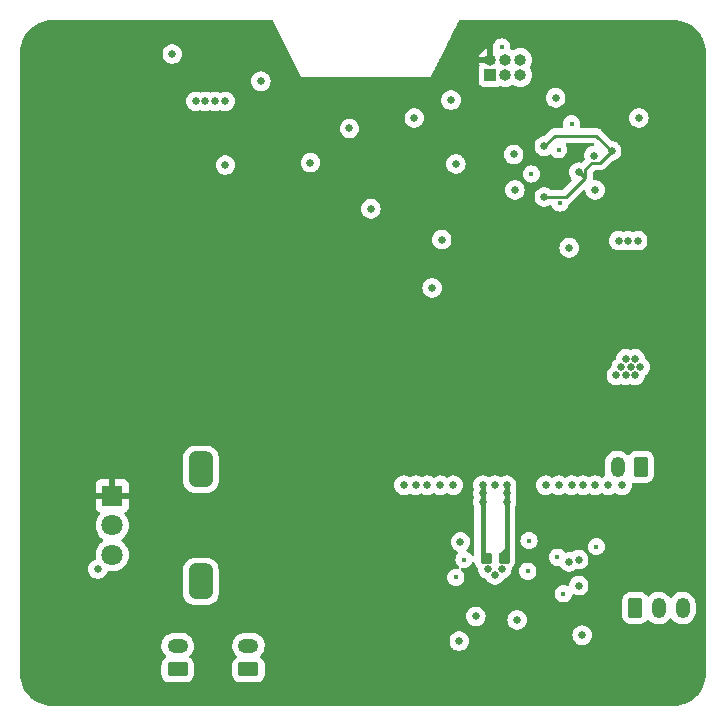
<source format=gbr>
%TF.GenerationSoftware,KiCad,Pcbnew,7.0.6*%
%TF.CreationDate,2024-03-18T22:30:39-04:00*%
%TF.ProjectId,Transmitter,5472616e-736d-4697-9474-65722e6b6963,rev?*%
%TF.SameCoordinates,Original*%
%TF.FileFunction,Copper,L3,Inr*%
%TF.FilePolarity,Positive*%
%FSLAX46Y46*%
G04 Gerber Fmt 4.6, Leading zero omitted, Abs format (unit mm)*
G04 Created by KiCad (PCBNEW 7.0.6) date 2024-03-18 22:30:39*
%MOMM*%
%LPD*%
G01*
G04 APERTURE LIST*
G04 Aperture macros list*
%AMRoundRect*
0 Rectangle with rounded corners*
0 $1 Rounding radius*
0 $2 $3 $4 $5 $6 $7 $8 $9 X,Y pos of 4 corners*
0 Add a 4 corners polygon primitive as box body*
4,1,4,$2,$3,$4,$5,$6,$7,$8,$9,$2,$3,0*
0 Add four circle primitives for the rounded corners*
1,1,$1+$1,$2,$3*
1,1,$1+$1,$4,$5*
1,1,$1+$1,$6,$7*
1,1,$1+$1,$8,$9*
0 Add four rect primitives between the rounded corners*
20,1,$1+$1,$2,$3,$4,$5,0*
20,1,$1+$1,$4,$5,$6,$7,0*
20,1,$1+$1,$6,$7,$8,$9,0*
20,1,$1+$1,$8,$9,$2,$3,0*%
G04 Aperture macros list end*
%TA.AperFunction,ComponentPad*%
%ADD10R,1.000000X1.000000*%
%TD*%
%TA.AperFunction,ComponentPad*%
%ADD11O,1.000000X1.000000*%
%TD*%
%TA.AperFunction,ComponentPad*%
%ADD12RoundRect,0.250000X0.625000X-0.350000X0.625000X0.350000X-0.625000X0.350000X-0.625000X-0.350000X0*%
%TD*%
%TA.AperFunction,ComponentPad*%
%ADD13O,1.750000X1.200000*%
%TD*%
%TA.AperFunction,ComponentPad*%
%ADD14RoundRect,0.250000X-0.350000X-0.625000X0.350000X-0.625000X0.350000X0.625000X-0.350000X0.625000X0*%
%TD*%
%TA.AperFunction,ComponentPad*%
%ADD15O,1.200000X1.750000*%
%TD*%
%TA.AperFunction,ComponentPad*%
%ADD16R,1.800000X1.800000*%
%TD*%
%TA.AperFunction,ComponentPad*%
%ADD17C,1.800000*%
%TD*%
%TA.AperFunction,ComponentPad*%
%ADD18RoundRect,0.500000X-0.500000X-1.000000X0.500000X-1.000000X0.500000X1.000000X-0.500000X1.000000X0*%
%TD*%
%TA.AperFunction,ComponentPad*%
%ADD19RoundRect,0.250000X0.350000X0.625000X-0.350000X0.625000X-0.350000X-0.625000X0.350000X-0.625000X0*%
%TD*%
%TA.AperFunction,ViaPad*%
%ADD20C,0.650000*%
%TD*%
%TA.AperFunction,ViaPad*%
%ADD21C,0.450000*%
%TD*%
%TA.AperFunction,Conductor*%
%ADD22C,0.254000*%
%TD*%
%TA.AperFunction,Conductor*%
%ADD23C,0.300000*%
%TD*%
%TA.AperFunction,Conductor*%
%ADD24C,0.450000*%
%TD*%
G04 APERTURE END LIST*
D10*
%TO.N,/ESP_EN*%
%TO.C,J5*%
X174530000Y-61870000D03*
D11*
%TO.N,+3.3V*%
X174530000Y-60600000D03*
%TO.N,/ESP_TX*%
X175800000Y-61870000D03*
%TO.N,GND*%
X175800000Y-60600000D03*
%TO.N,/ESP_RX*%
X177070000Y-61870000D03*
%TO.N,/ESP_IO0*%
X177070000Y-60600000D03*
%TD*%
D12*
%TO.N,GND*%
%TO.C,J3*%
X148050000Y-112200000D03*
D13*
%TO.N,/DN_BTN*%
X148050000Y-110200000D03*
%TD*%
D14*
%TO.N,GND*%
%TO.C,J4*%
X186800000Y-107000000D03*
D15*
%TO.N,unconnected-(J4-Pin_2-Pad2)*%
X188800000Y-107000000D03*
%TO.N,/BAT+*%
X190800000Y-107000000D03*
%TD*%
D16*
%TO.N,+3.3V*%
%TO.C,RV1*%
X142520000Y-97500000D03*
D17*
%TO.N,/POT*%
X142520000Y-100000000D03*
%TO.N,GND*%
X142520000Y-102500000D03*
D18*
%TO.N,N/C*%
X150020000Y-95250000D03*
X150020000Y-104750000D03*
%TD*%
D12*
%TO.N,GND*%
%TO.C,J2*%
X154050000Y-112200000D03*
D13*
%TO.N,/UP_BTN*%
X154050000Y-110200000D03*
%TD*%
D19*
%TO.N,/VSYS*%
%TO.C,SW2*%
X187300000Y-95050000D03*
D15*
%TO.N,Net-(SW2-B)*%
X185300000Y-95050000D03*
%TD*%
D20*
%TO.N,/VUSB*%
X182000000Y-70100000D03*
%TO.N,/STAT*%
X172000000Y-101400000D03*
X182300000Y-109300000D03*
%TO.N,/VUSB*%
X179100000Y-67900000D03*
X179100000Y-72200000D03*
X184800000Y-68300000D03*
D21*
%TO.N,/BTST1*%
X172300000Y-102900000D03*
%TO.N,/REGN*%
X180700000Y-105800000D03*
X171600000Y-104400000D03*
D20*
%TO.N,GND*%
X185600000Y-86600000D03*
X187200000Y-86600000D03*
X141300000Y-103700000D03*
X169200000Y-96600000D03*
X152100000Y-64100000D03*
X174900000Y-104200000D03*
X167200000Y-96600000D03*
X186000000Y-87300000D03*
X149600000Y-64100000D03*
X171900000Y-109800000D03*
X171400000Y-96600000D03*
X182400000Y-96600000D03*
X187100000Y-65500000D03*
X182000000Y-102900000D03*
X183300000Y-68700000D03*
X150400000Y-64100000D03*
X181200000Y-103100000D03*
X152100000Y-69500000D03*
X147600000Y-60100000D03*
X176800000Y-108000000D03*
X181400000Y-96600000D03*
X185700000Y-96600000D03*
X180050000Y-63800000D03*
X185200000Y-87300000D03*
X184503500Y-96600000D03*
X175500000Y-103700000D03*
X168200000Y-96600000D03*
X186000000Y-85900000D03*
X173300000Y-107700000D03*
X180300000Y-96600000D03*
X174300000Y-103700000D03*
X151200000Y-64100000D03*
X186800000Y-85900000D03*
X179200000Y-96600000D03*
X155100000Y-62400000D03*
X181200000Y-76500000D03*
X174900000Y-96600000D03*
X162600000Y-66400000D03*
X183400500Y-96600000D03*
X170400000Y-75800000D03*
X186400000Y-86600000D03*
X186200000Y-75900000D03*
X170300000Y-96600000D03*
X176600000Y-71600000D03*
X185400000Y-75900000D03*
X182000000Y-105100000D03*
X183400000Y-71600000D03*
D21*
X175500000Y-59500000D03*
D20*
X187000000Y-75900000D03*
X176500000Y-68600000D03*
X186800000Y-87300000D03*
D21*
%TO.N,/BTST2*%
X177703778Y-103884241D03*
%TO.N,/SDRV*%
X183500000Y-101800000D03*
X177800000Y-101300000D03*
%TO.N,/SW2*%
X175900000Y-102500000D03*
X175400000Y-102500000D03*
X175400000Y-103000000D03*
D20*
X175900000Y-98000000D03*
X175900000Y-96600000D03*
D21*
X175900000Y-103000000D03*
D20*
X175900000Y-97300000D03*
D21*
%TO.N,/SW1*%
X173900000Y-103000000D03*
D20*
X173900000Y-97300000D03*
D21*
X174400000Y-102500000D03*
X174400000Y-103000000D03*
D20*
X173900000Y-96600000D03*
D21*
X173900000Y-102500000D03*
X174400000Y-103000000D03*
D20*
X173900000Y-98000000D03*
%TO.N,+3.3V*%
X156700000Y-79500000D03*
X152450000Y-59650000D03*
X152000000Y-66000000D03*
X155500000Y-74100000D03*
X184500000Y-84900000D03*
X184500000Y-85700000D03*
X183700000Y-84900000D03*
X154000000Y-70100000D03*
D21*
X180500000Y-59100000D03*
D20*
X149600000Y-65900000D03*
X183700000Y-85700000D03*
X162600000Y-77200000D03*
X150300000Y-66000000D03*
X141900000Y-95500000D03*
X151100000Y-66000000D03*
%TO.N,/ESP_EN*%
X171200000Y-64000000D03*
X159300000Y-69300000D03*
%TO.N,/ADDRS_LED*%
X168100000Y-65500000D03*
%TO.N,/ESP_IO0*%
X164400000Y-73200000D03*
X171600000Y-69400000D03*
D21*
%TO.N,/D-*%
X180300000Y-68200000D03*
X178000000Y-70251500D03*
%TO.N,/BC_INT*%
X180200000Y-102700000D03*
D20*
X169600000Y-79900000D03*
D21*
%TO.N,Net-(J1-CC2)*%
X180422395Y-72701500D03*
X181400000Y-66000000D03*
%TD*%
D22*
%TO.N,/VUSB*%
X183500000Y-67000000D02*
X184800000Y-68300000D01*
X180000000Y-67000000D02*
X183500000Y-67000000D01*
X179100000Y-67900000D02*
X180000000Y-67000000D01*
X183098000Y-69302000D02*
X183798000Y-69302000D01*
X182554793Y-69845207D02*
X183098000Y-69302000D01*
X183798000Y-69302000D02*
X184800000Y-68300000D01*
X182554793Y-70554793D02*
X182554793Y-69845207D01*
D23*
X182000000Y-70100000D02*
X182100000Y-70100000D01*
X182100000Y-70100000D02*
X182554793Y-70554793D01*
D22*
X180909585Y-72200000D02*
X182554793Y-70554793D01*
X179100000Y-72200000D02*
X180909585Y-72200000D01*
D24*
%TO.N,/SW2*%
X175900000Y-102500000D02*
X175400000Y-103000000D01*
X175400000Y-102500000D02*
X175900000Y-102000000D01*
X175900000Y-98000000D02*
X175900000Y-96600000D01*
X175900000Y-101800000D02*
X175900000Y-98000000D01*
X175400000Y-102500000D02*
X175900000Y-103000000D01*
X175400000Y-103000000D02*
X175900000Y-103000000D01*
X175900000Y-103000000D02*
X175900000Y-101800000D01*
X175900000Y-96600000D02*
X175900000Y-97300000D01*
X175900000Y-102000000D02*
X175900000Y-101800000D01*
X175400000Y-102500000D02*
X175400000Y-103000000D01*
%TO.N,/SW1*%
X173900000Y-97300000D02*
X173900000Y-98000000D01*
X173900000Y-102500000D02*
X173900000Y-103000000D01*
X173900000Y-96600000D02*
X173900000Y-97300000D01*
X173900000Y-98000000D02*
X173900000Y-102500000D01*
X174400000Y-102500000D02*
X173900000Y-103000000D01*
X174400000Y-102500000D02*
X173900000Y-102500000D01*
X173900000Y-97400000D02*
X173900000Y-96600000D01*
X173900000Y-103000000D02*
X174400000Y-103000000D01*
X174400000Y-103000000D02*
X174400000Y-102500000D01*
%TD*%
%TA.AperFunction,Conductor*%
%TO.N,+3.3V*%
G36*
X156090653Y-57220185D02*
G01*
X156134523Y-57269046D01*
X158499998Y-61999998D01*
X158499999Y-61999999D01*
X158500000Y-62000000D01*
X158500001Y-62000000D01*
X169499999Y-62000000D01*
X169500000Y-62000000D01*
X169543945Y-61912111D01*
X169608424Y-61783153D01*
X169694711Y-61610579D01*
X169694712Y-61610577D01*
X169838933Y-61322135D01*
X169847348Y-61305305D01*
X169882501Y-61234999D01*
X169920730Y-61158541D01*
X169936165Y-61127671D01*
X169936166Y-61127669D01*
X170006797Y-60986407D01*
X170007732Y-60984537D01*
X170103481Y-60793039D01*
X170141578Y-60716845D01*
X170141579Y-60716843D01*
X170206056Y-60587889D01*
X170206057Y-60587887D01*
X170282504Y-60434993D01*
X170325001Y-60349999D01*
X173560839Y-60349999D01*
X173560840Y-60350000D01*
X174280000Y-60350000D01*
X174280000Y-59630839D01*
X174279999Y-59630839D01*
X174145458Y-59671652D01*
X173971746Y-59764503D01*
X173971739Y-59764507D01*
X173819471Y-59889471D01*
X173694507Y-60041739D01*
X173694503Y-60041746D01*
X173601652Y-60215458D01*
X173560839Y-60349999D01*
X170325001Y-60349999D01*
X170392364Y-60215273D01*
X170450001Y-60099999D01*
X170499334Y-60001333D01*
X170500001Y-59999999D01*
X170500302Y-59999397D01*
X170500869Y-59998263D01*
X170555442Y-59889117D01*
X170591613Y-59816775D01*
X170616262Y-59767477D01*
X170617747Y-59764507D01*
X170618806Y-59762389D01*
X170656723Y-59686555D01*
X170668770Y-59662461D01*
X170684581Y-59630839D01*
X170696558Y-59606885D01*
X170699629Y-59600743D01*
X170703478Y-59593045D01*
X170758423Y-59483155D01*
X170758424Y-59483153D01*
X170831231Y-59337539D01*
X170844712Y-59310577D01*
X170977603Y-59044795D01*
X171074266Y-58851469D01*
X171078895Y-58842211D01*
X171108854Y-58782293D01*
X171368449Y-58263103D01*
X171369854Y-58260293D01*
X171372755Y-58254491D01*
X171485394Y-58029213D01*
X171489773Y-58020455D01*
X171490934Y-58018133D01*
X171594369Y-57811263D01*
X171629968Y-57740065D01*
X171633101Y-57733799D01*
X171681088Y-57637825D01*
X171745335Y-57509331D01*
X171758256Y-57483489D01*
X171761799Y-57476403D01*
X171820534Y-57358933D01*
X171821201Y-57357599D01*
X171862342Y-57275317D01*
X171865477Y-57269045D01*
X171913064Y-57217887D01*
X171976386Y-57200500D01*
X189960118Y-57200500D01*
X189998258Y-57200500D01*
X190001735Y-57200598D01*
X190148378Y-57208832D01*
X190309976Y-57217908D01*
X190316867Y-57218684D01*
X190575799Y-57262678D01*
X190619509Y-57270105D01*
X190626293Y-57271653D01*
X190921270Y-57356635D01*
X190927834Y-57358932D01*
X191211449Y-57476408D01*
X191217697Y-57479418D01*
X191409275Y-57585299D01*
X191486373Y-57627910D01*
X191492265Y-57631612D01*
X191742623Y-57809250D01*
X191748050Y-57813578D01*
X191898828Y-57948322D01*
X191976946Y-58018133D01*
X191981866Y-58023053D01*
X192063691Y-58114614D01*
X192186420Y-58251947D01*
X192190749Y-58257376D01*
X192368387Y-58507734D01*
X192372089Y-58513626D01*
X192389434Y-58545009D01*
X192513732Y-58769909D01*
X192520577Y-58782293D01*
X192523594Y-58788558D01*
X192545818Y-58842211D01*
X192641066Y-59072162D01*
X192643364Y-59078729D01*
X192728346Y-59373706D01*
X192729894Y-59380490D01*
X192781313Y-59683118D01*
X192782092Y-59690033D01*
X192799401Y-59998263D01*
X192799499Y-60001740D01*
X192799499Y-112498276D01*
X192799401Y-112501753D01*
X192782092Y-112809967D01*
X192781313Y-112816881D01*
X192729894Y-113119509D01*
X192728346Y-113126293D01*
X192643364Y-113421270D01*
X192641066Y-113427837D01*
X192523596Y-113711437D01*
X192520577Y-113717706D01*
X192372089Y-113986373D01*
X192368387Y-113992265D01*
X192190749Y-114242623D01*
X192186411Y-114248063D01*
X191981866Y-114476946D01*
X191976946Y-114481866D01*
X191748063Y-114686411D01*
X191742623Y-114690749D01*
X191492265Y-114868387D01*
X191486373Y-114872089D01*
X191217706Y-115020577D01*
X191211437Y-115023596D01*
X190927837Y-115141066D01*
X190921270Y-115143364D01*
X190626293Y-115228346D01*
X190619509Y-115229894D01*
X190316881Y-115281313D01*
X190309967Y-115282092D01*
X190001735Y-115299402D01*
X189998258Y-115299500D01*
X137501742Y-115299500D01*
X137498265Y-115299402D01*
X137190032Y-115282092D01*
X137183118Y-115281313D01*
X136880490Y-115229894D01*
X136873706Y-115228346D01*
X136578729Y-115143364D01*
X136572162Y-115141066D01*
X136392557Y-115066672D01*
X136288558Y-115023594D01*
X136282293Y-115020577D01*
X136013626Y-114872089D01*
X136007734Y-114868387D01*
X135757376Y-114690749D01*
X135751947Y-114686420D01*
X135562260Y-114516904D01*
X135523053Y-114481866D01*
X135518133Y-114476946D01*
X135448322Y-114398828D01*
X135313578Y-114248050D01*
X135309250Y-114242623D01*
X135131612Y-113992265D01*
X135127910Y-113986373D01*
X135085299Y-113909275D01*
X134979418Y-113717697D01*
X134976408Y-113711449D01*
X134858932Y-113427834D01*
X134856635Y-113421270D01*
X134771653Y-113126293D01*
X134770105Y-113119509D01*
X134762678Y-113075799D01*
X134718684Y-112816867D01*
X134717908Y-112809976D01*
X134706117Y-112600016D01*
X134700598Y-112501735D01*
X134700500Y-112498258D01*
X134700500Y-110147401D01*
X146670746Y-110147401D01*
X146680745Y-110357327D01*
X146730296Y-110561578D01*
X146730298Y-110561582D01*
X146817598Y-110752743D01*
X146817601Y-110752748D01*
X146817602Y-110752750D01*
X146817604Y-110752753D01*
X146880627Y-110841256D01*
X146939515Y-110923953D01*
X147042082Y-111021750D01*
X147077017Y-111082259D01*
X147073692Y-111152049D01*
X147033164Y-111208963D01*
X147021610Y-111217031D01*
X146956344Y-111257287D01*
X146832289Y-111381342D01*
X146740187Y-111530663D01*
X146740185Y-111530666D01*
X146740186Y-111530666D01*
X146685001Y-111697203D01*
X146685001Y-111697204D01*
X146685000Y-111697204D01*
X146674500Y-111799983D01*
X146674500Y-112600001D01*
X146674501Y-112600019D01*
X146685000Y-112702796D01*
X146685001Y-112702799D01*
X146721666Y-112813445D01*
X146740186Y-112869334D01*
X146832288Y-113018656D01*
X146956344Y-113142712D01*
X147105666Y-113234814D01*
X147272203Y-113289999D01*
X147374991Y-113300500D01*
X148725008Y-113300499D01*
X148827797Y-113289999D01*
X148994334Y-113234814D01*
X149143656Y-113142712D01*
X149267712Y-113018656D01*
X149359814Y-112869334D01*
X149414999Y-112702797D01*
X149425500Y-112600009D01*
X149425499Y-111799992D01*
X149414999Y-111697203D01*
X149359814Y-111530666D01*
X149267712Y-111381344D01*
X149143656Y-111257288D01*
X149080258Y-111218184D01*
X149033535Y-111166237D01*
X149022312Y-111097274D01*
X149050156Y-111033192D01*
X149068697Y-111015181D01*
X149087886Y-111000092D01*
X149225519Y-110841256D01*
X149330604Y-110659244D01*
X149399344Y-110460633D01*
X149429254Y-110252602D01*
X149424243Y-110147401D01*
X152670746Y-110147401D01*
X152680745Y-110357327D01*
X152730296Y-110561578D01*
X152730298Y-110561582D01*
X152817598Y-110752743D01*
X152817601Y-110752748D01*
X152817602Y-110752750D01*
X152817604Y-110752753D01*
X152880627Y-110841256D01*
X152939515Y-110923953D01*
X153042082Y-111021750D01*
X153077017Y-111082259D01*
X153073692Y-111152049D01*
X153033164Y-111208963D01*
X153021610Y-111217031D01*
X152956344Y-111257287D01*
X152832289Y-111381342D01*
X152740187Y-111530663D01*
X152740185Y-111530666D01*
X152740186Y-111530666D01*
X152685001Y-111697203D01*
X152685001Y-111697204D01*
X152685000Y-111697204D01*
X152674500Y-111799983D01*
X152674500Y-112600001D01*
X152674501Y-112600019D01*
X152685000Y-112702796D01*
X152685001Y-112702799D01*
X152721666Y-112813445D01*
X152740186Y-112869334D01*
X152832288Y-113018656D01*
X152956344Y-113142712D01*
X153105666Y-113234814D01*
X153272203Y-113289999D01*
X153374991Y-113300500D01*
X154725008Y-113300499D01*
X154827797Y-113289999D01*
X154994334Y-113234814D01*
X155143656Y-113142712D01*
X155267712Y-113018656D01*
X155359814Y-112869334D01*
X155414999Y-112702797D01*
X155425500Y-112600009D01*
X155425499Y-111799992D01*
X155414999Y-111697203D01*
X155359814Y-111530666D01*
X155267712Y-111381344D01*
X155143656Y-111257288D01*
X155080258Y-111218184D01*
X155033535Y-111166237D01*
X155022312Y-111097274D01*
X155050156Y-111033192D01*
X155068697Y-111015181D01*
X155087886Y-111000092D01*
X155225519Y-110841256D01*
X155330604Y-110659244D01*
X155399344Y-110460633D01*
X155429254Y-110252602D01*
X155419254Y-110042670D01*
X155369704Y-109838424D01*
X155369701Y-109838417D01*
X155352157Y-109800000D01*
X171069953Y-109800000D01*
X171088092Y-109972576D01*
X171088093Y-109972579D01*
X171141712Y-110137608D01*
X171228477Y-110287887D01*
X171228476Y-110287887D01*
X171291003Y-110357330D01*
X171344590Y-110416845D01*
X171404856Y-110460631D01*
X171484976Y-110518842D01*
X171643495Y-110589420D01*
X171643501Y-110589422D01*
X171813236Y-110625500D01*
X171813237Y-110625500D01*
X171986762Y-110625500D01*
X171986764Y-110625500D01*
X172156499Y-110589422D01*
X172156501Y-110589420D01*
X172156504Y-110589420D01*
X172209899Y-110565646D01*
X172315024Y-110518842D01*
X172455410Y-110416845D01*
X172571522Y-110287889D01*
X172658286Y-110137611D01*
X172711908Y-109972576D01*
X172730047Y-109800000D01*
X172711908Y-109627424D01*
X172662724Y-109476048D01*
X172658287Y-109462391D01*
X172658286Y-109462389D01*
X172571522Y-109312111D01*
X172560617Y-109300000D01*
X181469953Y-109300000D01*
X181488092Y-109472576D01*
X181489219Y-109476046D01*
X181541712Y-109637608D01*
X181628477Y-109787887D01*
X181628476Y-109787887D01*
X181628478Y-109787889D01*
X181744590Y-109916845D01*
X181821297Y-109972576D01*
X181884976Y-110018842D01*
X182043495Y-110089420D01*
X182043501Y-110089422D01*
X182213236Y-110125500D01*
X182213237Y-110125500D01*
X182386762Y-110125500D01*
X182386764Y-110125500D01*
X182556499Y-110089422D01*
X182556501Y-110089420D01*
X182556504Y-110089420D01*
X182661501Y-110042672D01*
X182715024Y-110018842D01*
X182855410Y-109916845D01*
X182971522Y-109787889D01*
X183058286Y-109637611D01*
X183111908Y-109472576D01*
X183130047Y-109300000D01*
X183111908Y-109127424D01*
X183058286Y-108962389D01*
X182971522Y-108812111D01*
X182855410Y-108683155D01*
X182715024Y-108581158D01*
X182715023Y-108581157D01*
X182556504Y-108510579D01*
X182556498Y-108510577D01*
X182422840Y-108482168D01*
X182386764Y-108474500D01*
X182213236Y-108474500D01*
X182183483Y-108480824D01*
X182043501Y-108510577D01*
X182043496Y-108510579D01*
X181884977Y-108581157D01*
X181884972Y-108581160D01*
X181744591Y-108683153D01*
X181744589Y-108683155D01*
X181628477Y-108812112D01*
X181541712Y-108962391D01*
X181492300Y-109114472D01*
X181488092Y-109127424D01*
X181469953Y-109300000D01*
X172560617Y-109300000D01*
X172486233Y-109217387D01*
X172455411Y-109183156D01*
X172315023Y-109081157D01*
X172156504Y-109010579D01*
X172156498Y-109010577D01*
X172022840Y-108982168D01*
X171986764Y-108974500D01*
X171813236Y-108974500D01*
X171783483Y-108980824D01*
X171643501Y-109010577D01*
X171643496Y-109010579D01*
X171484977Y-109081157D01*
X171484972Y-109081160D01*
X171344591Y-109183153D01*
X171344589Y-109183155D01*
X171228477Y-109312112D01*
X171141712Y-109462391D01*
X171110406Y-109558746D01*
X171088092Y-109627424D01*
X171069953Y-109800000D01*
X155352157Y-109800000D01*
X155282401Y-109647256D01*
X155282398Y-109647251D01*
X155282397Y-109647250D01*
X155282396Y-109647247D01*
X155160486Y-109476048D01*
X155160484Y-109476046D01*
X155160479Y-109476040D01*
X155008379Y-109331014D01*
X154831574Y-109217388D01*
X154636455Y-109139274D01*
X154430086Y-109099500D01*
X154430085Y-109099500D01*
X153722575Y-109099500D01*
X153565782Y-109114472D01*
X153565778Y-109114473D01*
X153364127Y-109173683D01*
X153177313Y-109269991D01*
X153012116Y-109399905D01*
X153012112Y-109399909D01*
X152874478Y-109558746D01*
X152769398Y-109740750D01*
X152700656Y-109939365D01*
X152700656Y-109939367D01*
X152672154Y-110137611D01*
X152670746Y-110147401D01*
X149424243Y-110147401D01*
X149419254Y-110042670D01*
X149369704Y-109838424D01*
X149369701Y-109838417D01*
X149282401Y-109647256D01*
X149282398Y-109647251D01*
X149282397Y-109647250D01*
X149282396Y-109647247D01*
X149160486Y-109476048D01*
X149160484Y-109476046D01*
X149160479Y-109476040D01*
X149008379Y-109331014D01*
X148831574Y-109217388D01*
X148636455Y-109139274D01*
X148430086Y-109099500D01*
X148430085Y-109099500D01*
X147722575Y-109099500D01*
X147565782Y-109114472D01*
X147565778Y-109114473D01*
X147364127Y-109173683D01*
X147177313Y-109269991D01*
X147012116Y-109399905D01*
X147012112Y-109399909D01*
X146874478Y-109558746D01*
X146769398Y-109740750D01*
X146700656Y-109939365D01*
X146700656Y-109939367D01*
X146672154Y-110137611D01*
X146670746Y-110147401D01*
X134700500Y-110147401D01*
X134700500Y-107700000D01*
X172469953Y-107700000D01*
X172488092Y-107872576D01*
X172488093Y-107872579D01*
X172541712Y-108037608D01*
X172628477Y-108187887D01*
X172628476Y-108187887D01*
X172711959Y-108280604D01*
X172744590Y-108316845D01*
X172830487Y-108379253D01*
X172884976Y-108418842D01*
X173043495Y-108489420D01*
X173043501Y-108489422D01*
X173213236Y-108525500D01*
X173213237Y-108525500D01*
X173386762Y-108525500D01*
X173386764Y-108525500D01*
X173556499Y-108489422D01*
X173556501Y-108489420D01*
X173556504Y-108489420D01*
X173609899Y-108465646D01*
X173715024Y-108418842D01*
X173855410Y-108316845D01*
X173971522Y-108187889D01*
X174058286Y-108037611D01*
X174070506Y-108000000D01*
X175969953Y-108000000D01*
X175988092Y-108172576D01*
X175988093Y-108172579D01*
X176041712Y-108337608D01*
X176128477Y-108487887D01*
X176128476Y-108487887D01*
X176212457Y-108581157D01*
X176244590Y-108616845D01*
X176335859Y-108683156D01*
X176384976Y-108718842D01*
X176543495Y-108789420D01*
X176543501Y-108789422D01*
X176713236Y-108825500D01*
X176713237Y-108825500D01*
X176886762Y-108825500D01*
X176886764Y-108825500D01*
X177056499Y-108789422D01*
X177056501Y-108789420D01*
X177056504Y-108789420D01*
X177109899Y-108765646D01*
X177215024Y-108718842D01*
X177355410Y-108616845D01*
X177471522Y-108487889D01*
X177558286Y-108337611D01*
X177611908Y-108172576D01*
X177630047Y-108000000D01*
X177611908Y-107827424D01*
X177570506Y-107699999D01*
X177562384Y-107675001D01*
X185699500Y-107675001D01*
X185699501Y-107675018D01*
X185710000Y-107777796D01*
X185710001Y-107777799D01*
X185741443Y-107872682D01*
X185765186Y-107944334D01*
X185857288Y-108093656D01*
X185981344Y-108217712D01*
X186130666Y-108309814D01*
X186297203Y-108364999D01*
X186399991Y-108375500D01*
X187200008Y-108375499D01*
X187200016Y-108375498D01*
X187200019Y-108375498D01*
X187261143Y-108369254D01*
X187302797Y-108364999D01*
X187469334Y-108309814D01*
X187618656Y-108217712D01*
X187742712Y-108093656D01*
X187781815Y-108030258D01*
X187833761Y-107983535D01*
X187902723Y-107972312D01*
X187966806Y-108000155D01*
X187984824Y-108018705D01*
X187999907Y-108037885D01*
X187999909Y-108037887D01*
X188158746Y-108175521D01*
X188340750Y-108280601D01*
X188340752Y-108280601D01*
X188340756Y-108280604D01*
X188539367Y-108349344D01*
X188747398Y-108379254D01*
X188957330Y-108369254D01*
X189161576Y-108319704D01*
X189247199Y-108280601D01*
X189352743Y-108232401D01*
X189352746Y-108232399D01*
X189352753Y-108232396D01*
X189523952Y-108110486D01*
X189539999Y-108093657D01*
X189668986Y-107958378D01*
X189678010Y-107944336D01*
X189695540Y-107917058D01*
X189748343Y-107871303D01*
X189817502Y-107861359D01*
X189881058Y-107890383D01*
X189897326Y-107907444D01*
X189962904Y-107990832D01*
X189999689Y-108037608D01*
X189999909Y-108037887D01*
X190158746Y-108175521D01*
X190340750Y-108280601D01*
X190340752Y-108280601D01*
X190340756Y-108280604D01*
X190539367Y-108349344D01*
X190747398Y-108379254D01*
X190957330Y-108369254D01*
X191161576Y-108319704D01*
X191247199Y-108280601D01*
X191352743Y-108232401D01*
X191352746Y-108232399D01*
X191352753Y-108232396D01*
X191523952Y-108110486D01*
X191539999Y-108093657D01*
X191668985Y-107958379D01*
X191678010Y-107944336D01*
X191782613Y-107781572D01*
X191860725Y-107586457D01*
X191900500Y-107380085D01*
X191900500Y-106672575D01*
X191885528Y-106515782D01*
X191826316Y-106314125D01*
X191730011Y-106127318D01*
X191730009Y-106127316D01*
X191730008Y-106127313D01*
X191600094Y-105962116D01*
X191600090Y-105962112D01*
X191441253Y-105824478D01*
X191259249Y-105719398D01*
X191259245Y-105719396D01*
X191259244Y-105719396D01*
X191060633Y-105650656D01*
X190852602Y-105620746D01*
X190852598Y-105620746D01*
X190642672Y-105630745D01*
X190438421Y-105680296D01*
X190438417Y-105680298D01*
X190247256Y-105767598D01*
X190247251Y-105767601D01*
X190076046Y-105889515D01*
X190076040Y-105889520D01*
X189931016Y-106041618D01*
X189904458Y-106082943D01*
X189851653Y-106128697D01*
X189782494Y-106138640D01*
X189718939Y-106109614D01*
X189702673Y-106092554D01*
X189600094Y-105962116D01*
X189600090Y-105962112D01*
X189441253Y-105824478D01*
X189259249Y-105719398D01*
X189259245Y-105719396D01*
X189259244Y-105719396D01*
X189060633Y-105650656D01*
X188852602Y-105620746D01*
X188852598Y-105620746D01*
X188642672Y-105630745D01*
X188438421Y-105680296D01*
X188438417Y-105680298D01*
X188247256Y-105767598D01*
X188247251Y-105767601D01*
X188076046Y-105889515D01*
X188076045Y-105889515D01*
X187978249Y-105992082D01*
X187917740Y-106027017D01*
X187847949Y-106023692D01*
X187791035Y-105983164D01*
X187782967Y-105971608D01*
X187755709Y-105927416D01*
X187742712Y-105906344D01*
X187618656Y-105782288D01*
X187525888Y-105725069D01*
X187469336Y-105690187D01*
X187469331Y-105690185D01*
X187439488Y-105680296D01*
X187302797Y-105635001D01*
X187302795Y-105635000D01*
X187200010Y-105624500D01*
X186399998Y-105624500D01*
X186399980Y-105624501D01*
X186297203Y-105635000D01*
X186297200Y-105635001D01*
X186130668Y-105690185D01*
X186130663Y-105690187D01*
X185981342Y-105782289D01*
X185857289Y-105906342D01*
X185765187Y-106055663D01*
X185765185Y-106055668D01*
X185747309Y-106109614D01*
X185710001Y-106222203D01*
X185710001Y-106222204D01*
X185710000Y-106222204D01*
X185699500Y-106324983D01*
X185699500Y-107675001D01*
X177562384Y-107675001D01*
X177558287Y-107662391D01*
X177480363Y-107527424D01*
X177471522Y-107512111D01*
X177355410Y-107383155D01*
X177215024Y-107281158D01*
X177215023Y-107281157D01*
X177056504Y-107210579D01*
X177056498Y-107210577D01*
X176922841Y-107182168D01*
X176886764Y-107174500D01*
X176713236Y-107174500D01*
X176683483Y-107180824D01*
X176543501Y-107210577D01*
X176543496Y-107210579D01*
X176384977Y-107281157D01*
X176384972Y-107281160D01*
X176244591Y-107383153D01*
X176244589Y-107383155D01*
X176128477Y-107512112D01*
X176041712Y-107662391D01*
X176002989Y-107781574D01*
X175988092Y-107827424D01*
X175969953Y-108000000D01*
X174070506Y-108000000D01*
X174111908Y-107872576D01*
X174130047Y-107700000D01*
X174111908Y-107527424D01*
X174076160Y-107417400D01*
X174058287Y-107362391D01*
X174011388Y-107281160D01*
X173971522Y-107212111D01*
X173855410Y-107083155D01*
X173715024Y-106981158D01*
X173715023Y-106981157D01*
X173556504Y-106910579D01*
X173556498Y-106910577D01*
X173422841Y-106882168D01*
X173386764Y-106874500D01*
X173213236Y-106874500D01*
X173183483Y-106880824D01*
X173043501Y-106910577D01*
X173043496Y-106910579D01*
X172884977Y-106981157D01*
X172884972Y-106981160D01*
X172744591Y-107083153D01*
X172744589Y-107083155D01*
X172628477Y-107212112D01*
X172541712Y-107362391D01*
X172493067Y-107512111D01*
X172488092Y-107527424D01*
X172469953Y-107700000D01*
X134700500Y-107700000D01*
X134700500Y-103700000D01*
X140469953Y-103700000D01*
X140488092Y-103872576D01*
X140488093Y-103872579D01*
X140541712Y-104037608D01*
X140628477Y-104187887D01*
X140628476Y-104187887D01*
X140706463Y-104274500D01*
X140744590Y-104316845D01*
X140884972Y-104418839D01*
X140884976Y-104418842D01*
X141043495Y-104489420D01*
X141043501Y-104489422D01*
X141213236Y-104525500D01*
X141213237Y-104525500D01*
X141386762Y-104525500D01*
X141386764Y-104525500D01*
X141556499Y-104489422D01*
X141556501Y-104489420D01*
X141556504Y-104489420D01*
X141633704Y-104455048D01*
X141715024Y-104418842D01*
X141855410Y-104316845D01*
X141971522Y-104187889D01*
X142058286Y-104037611D01*
X142085320Y-103954406D01*
X142124757Y-103896731D01*
X142189115Y-103869532D01*
X142223661Y-103870415D01*
X142284298Y-103880533D01*
X142403951Y-103900500D01*
X142403952Y-103900500D01*
X142636048Y-103900500D01*
X142636049Y-103900500D01*
X142864981Y-103862298D01*
X143084503Y-103786936D01*
X143259997Y-103691963D01*
X148519500Y-103691963D01*
X148519501Y-105808036D01*
X148520462Y-105818842D01*
X148530113Y-105927415D01*
X148586089Y-106123045D01*
X148586090Y-106123048D01*
X148586091Y-106123049D01*
X148680302Y-106303407D01*
X148714977Y-106345933D01*
X148808890Y-106461109D01*
X148875937Y-106515778D01*
X148966593Y-106589698D01*
X149146951Y-106683909D01*
X149342582Y-106739886D01*
X149461963Y-106750500D01*
X149461964Y-106750499D01*
X149461965Y-106750500D01*
X149461966Y-106750500D01*
X149939346Y-106750499D01*
X150578036Y-106750499D01*
X150697418Y-106739886D01*
X150893049Y-106683909D01*
X151073407Y-106589698D01*
X151231109Y-106461109D01*
X151359698Y-106303407D01*
X151453909Y-106123049D01*
X151509886Y-105927418D01*
X151520500Y-105808037D01*
X151520500Y-105800003D01*
X179969909Y-105800003D01*
X179988212Y-105962455D01*
X180042210Y-106116774D01*
X180060049Y-106145164D01*
X180129192Y-106255204D01*
X180244796Y-106370808D01*
X180383225Y-106457789D01*
X180537539Y-106511786D01*
X180537542Y-106511786D01*
X180537544Y-106511787D01*
X180699996Y-106530091D01*
X180700000Y-106530091D01*
X180700004Y-106530091D01*
X180862455Y-106511787D01*
X180862456Y-106511786D01*
X180862461Y-106511786D01*
X181016775Y-106457789D01*
X181155204Y-106370808D01*
X181270808Y-106255204D01*
X181357789Y-106116775D01*
X181411786Y-105962461D01*
X181411825Y-105962114D01*
X181416509Y-105920548D01*
X181443575Y-105856134D01*
X181501170Y-105816579D01*
X181571007Y-105814441D01*
X181590161Y-105821150D01*
X181637044Y-105842024D01*
X181743495Y-105889420D01*
X181743501Y-105889422D01*
X181913236Y-105925500D01*
X181913237Y-105925500D01*
X182086762Y-105925500D01*
X182086764Y-105925500D01*
X182256499Y-105889422D01*
X182256501Y-105889420D01*
X182256504Y-105889420D01*
X182331265Y-105856134D01*
X182415024Y-105818842D01*
X182555410Y-105716845D01*
X182671522Y-105587889D01*
X182758286Y-105437611D01*
X182811908Y-105272576D01*
X182830047Y-105100000D01*
X182811908Y-104927424D01*
X182758286Y-104762389D01*
X182671522Y-104612111D01*
X182593538Y-104525500D01*
X182555411Y-104483156D01*
X182516725Y-104455049D01*
X182415024Y-104381158D01*
X182415023Y-104381157D01*
X182256504Y-104310579D01*
X182256498Y-104310577D01*
X182122841Y-104282168D01*
X182086764Y-104274500D01*
X181913236Y-104274500D01*
X181883483Y-104280824D01*
X181743501Y-104310577D01*
X181743496Y-104310579D01*
X181584977Y-104381157D01*
X181584972Y-104381160D01*
X181444591Y-104483153D01*
X181444589Y-104483155D01*
X181328477Y-104612112D01*
X181241712Y-104762391D01*
X181190880Y-104918842D01*
X181188092Y-104927424D01*
X181176619Y-105036581D01*
X181150034Y-105101195D01*
X181092736Y-105141179D01*
X181022917Y-105143839D01*
X181012344Y-105140660D01*
X180862455Y-105088212D01*
X180700004Y-105069909D01*
X180699996Y-105069909D01*
X180537544Y-105088212D01*
X180383225Y-105142210D01*
X180244795Y-105229192D01*
X180129192Y-105344795D01*
X180042210Y-105483225D01*
X179988212Y-105637544D01*
X179969909Y-105799996D01*
X179969909Y-105800003D01*
X151520500Y-105800003D01*
X151520499Y-104400003D01*
X170869909Y-104400003D01*
X170888212Y-104562455D01*
X170942210Y-104716774D01*
X171005088Y-104816843D01*
X171029192Y-104855204D01*
X171144796Y-104970808D01*
X171283225Y-105057789D01*
X171437539Y-105111786D01*
X171437542Y-105111786D01*
X171437544Y-105111787D01*
X171599996Y-105130091D01*
X171600000Y-105130091D01*
X171600004Y-105130091D01*
X171762455Y-105111787D01*
X171762456Y-105111786D01*
X171762461Y-105111786D01*
X171916775Y-105057789D01*
X172055204Y-104970808D01*
X172170808Y-104855204D01*
X172257789Y-104716775D01*
X172311786Y-104562461D01*
X172318140Y-104506072D01*
X172330091Y-104400003D01*
X172330091Y-104399996D01*
X172311787Y-104237544D01*
X172311786Y-104237542D01*
X172311786Y-104237539D01*
X172257789Y-104083225D01*
X172170808Y-103944796D01*
X172055204Y-103829192D01*
X172050315Y-103824303D01*
X172016830Y-103762980D01*
X172021814Y-103693288D01*
X172063686Y-103637355D01*
X172129150Y-103612938D01*
X172151880Y-103613402D01*
X172299997Y-103630091D01*
X172300000Y-103630091D01*
X172300004Y-103630091D01*
X172462455Y-103611787D01*
X172462456Y-103611786D01*
X172462461Y-103611786D01*
X172616775Y-103557789D01*
X172755204Y-103470808D01*
X172870808Y-103355204D01*
X172957789Y-103216775D01*
X172963403Y-103200728D01*
X173004123Y-103143953D01*
X173069075Y-103118203D01*
X173137637Y-103131657D01*
X173188041Y-103180043D01*
X173199237Y-103206119D01*
X173200247Y-103209494D01*
X173209319Y-103230524D01*
X173215236Y-103247545D01*
X173221168Y-103269684D01*
X173229513Y-103285161D01*
X173237407Y-103303049D01*
X173242209Y-103316770D01*
X173245065Y-103322702D01*
X173247048Y-103327408D01*
X173247255Y-103327820D01*
X173253016Y-103336580D01*
X173263269Y-103355595D01*
X173267419Y-103365216D01*
X173267420Y-103365217D01*
X173267421Y-103365219D01*
X173281107Y-103383603D01*
X173290781Y-103398788D01*
X173296506Y-103409405D01*
X173301660Y-103418963D01*
X173310989Y-103429446D01*
X173323348Y-103445904D01*
X173329192Y-103455204D01*
X173329194Y-103455206D01*
X173333534Y-103460648D01*
X173333189Y-103460922D01*
X173335734Y-103464046D01*
X173335809Y-103463984D01*
X173340448Y-103469513D01*
X173340451Y-103469517D01*
X173348076Y-103476711D01*
X173362440Y-103492852D01*
X173368696Y-103501256D01*
X173368698Y-103501258D01*
X173386248Y-103515984D01*
X173399174Y-103528539D01*
X173414406Y-103545655D01*
X173414410Y-103545659D01*
X173421420Y-103550567D01*
X173465046Y-103605143D01*
X173473620Y-103665102D01*
X173469953Y-103699996D01*
X173469953Y-103700000D01*
X173488092Y-103872576D01*
X173488093Y-103872579D01*
X173541712Y-104037608D01*
X173628477Y-104187887D01*
X173628476Y-104187887D01*
X173706463Y-104274500D01*
X173744590Y-104316845D01*
X173884972Y-104418839D01*
X173884976Y-104418842D01*
X174043495Y-104489420D01*
X174043497Y-104489420D01*
X174043501Y-104489422D01*
X174069738Y-104494998D01*
X174131217Y-104528189D01*
X174151341Y-104554285D01*
X174228478Y-104687889D01*
X174344590Y-104816845D01*
X174484975Y-104918841D01*
X174484976Y-104918842D01*
X174643495Y-104989420D01*
X174643501Y-104989422D01*
X174813236Y-105025500D01*
X174813237Y-105025500D01*
X174986762Y-105025500D01*
X174986764Y-105025500D01*
X175156499Y-104989422D01*
X175156501Y-104989420D01*
X175156504Y-104989420D01*
X175209899Y-104965646D01*
X175315024Y-104918842D01*
X175455410Y-104816845D01*
X175571522Y-104687889D01*
X175648657Y-104554287D01*
X175699224Y-104506072D01*
X175730258Y-104494999D01*
X175756499Y-104489422D01*
X175915024Y-104418842D01*
X176055410Y-104316845D01*
X176171522Y-104187889D01*
X176258286Y-104037611D01*
X176308117Y-103884244D01*
X176973687Y-103884244D01*
X176991990Y-104046696D01*
X177045988Y-104201015D01*
X177045989Y-104201016D01*
X177132970Y-104339445D01*
X177248574Y-104455049D01*
X177387003Y-104542030D01*
X177541317Y-104596027D01*
X177541320Y-104596027D01*
X177541322Y-104596028D01*
X177703774Y-104614332D01*
X177703778Y-104614332D01*
X177703782Y-104614332D01*
X177866233Y-104596028D01*
X177866234Y-104596027D01*
X177866239Y-104596027D01*
X178020553Y-104542030D01*
X178158982Y-104455049D01*
X178274586Y-104339445D01*
X178361567Y-104201016D01*
X178415564Y-104046702D01*
X178415565Y-104046696D01*
X178433869Y-103884244D01*
X178433869Y-103884237D01*
X178415565Y-103721785D01*
X178415564Y-103721783D01*
X178415564Y-103721780D01*
X178361567Y-103567466D01*
X178274586Y-103429037D01*
X178158982Y-103313433D01*
X178091145Y-103270808D01*
X178020552Y-103226451D01*
X177866233Y-103172453D01*
X177703782Y-103154150D01*
X177703774Y-103154150D01*
X177541322Y-103172453D01*
X177387003Y-103226451D01*
X177248573Y-103313433D01*
X177132970Y-103429036D01*
X177045988Y-103567466D01*
X176991990Y-103721785D01*
X176973687Y-103884237D01*
X176973687Y-103884244D01*
X176308117Y-103884244D01*
X176311908Y-103872576D01*
X176330047Y-103700000D01*
X176329621Y-103695951D01*
X176326572Y-103666940D01*
X176339139Y-103598210D01*
X176365142Y-103565363D01*
X176364555Y-103564809D01*
X176369517Y-103559549D01*
X176376705Y-103551929D01*
X176392854Y-103537558D01*
X176401258Y-103531302D01*
X176415986Y-103513748D01*
X176428540Y-103500823D01*
X176445656Y-103485593D01*
X176451660Y-103477016D01*
X176465557Y-103460453D01*
X176470808Y-103455204D01*
X176470811Y-103455198D01*
X176470813Y-103455197D01*
X176475151Y-103449759D01*
X176475184Y-103449785D01*
X176484819Y-103437334D01*
X176485902Y-103436188D01*
X176491138Y-103427117D01*
X176503541Y-103409405D01*
X176510270Y-103401386D01*
X176510273Y-103401383D01*
X176520564Y-103380890D01*
X176529787Y-103365440D01*
X176542933Y-103346667D01*
X176545487Y-103340236D01*
X176555735Y-103320042D01*
X176557789Y-103316775D01*
X176558475Y-103314811D01*
X176568133Y-103293760D01*
X176568608Y-103292935D01*
X176570701Y-103289312D01*
X176573706Y-103279271D01*
X176581685Y-103259187D01*
X176586388Y-103249825D01*
X176591670Y-103227533D01*
X176597089Y-103210346D01*
X176605550Y-103189052D01*
X176606035Y-103185737D01*
X176611689Y-103162735D01*
X176611786Y-103162461D01*
X176612416Y-103156860D01*
X176616848Y-103135165D01*
X176619342Y-103126839D01*
X176619950Y-103116380D01*
X176623083Y-103094991D01*
X176625500Y-103084799D01*
X176625500Y-103061887D01*
X176626809Y-103043915D01*
X176630130Y-103021244D01*
X176630129Y-103021235D01*
X176630168Y-103019919D01*
X176630331Y-103006971D01*
X176630091Y-103006971D01*
X176630091Y-103000003D01*
X176629060Y-102990857D01*
X176628490Y-102969758D01*
X176629203Y-102957529D01*
X176627383Y-102947212D01*
X176625500Y-102925679D01*
X176625500Y-102700003D01*
X179469909Y-102700003D01*
X179488212Y-102862455D01*
X179542210Y-103016774D01*
X179623290Y-103145811D01*
X179629192Y-103155204D01*
X179744796Y-103270808D01*
X179883225Y-103357789D01*
X180037539Y-103411786D01*
X180037542Y-103411786D01*
X180037544Y-103411787D01*
X180199996Y-103430091D01*
X180200000Y-103430091D01*
X180200002Y-103430091D01*
X180273668Y-103421790D01*
X180342197Y-103414069D01*
X180411019Y-103426123D01*
X180462398Y-103473472D01*
X180463449Y-103475258D01*
X180528478Y-103587889D01*
X180644590Y-103716845D01*
X180741064Y-103786938D01*
X180784976Y-103818842D01*
X180943495Y-103889420D01*
X180943501Y-103889422D01*
X181113236Y-103925500D01*
X181113237Y-103925500D01*
X181286762Y-103925500D01*
X181286764Y-103925500D01*
X181456499Y-103889422D01*
X181456501Y-103889420D01*
X181456504Y-103889420D01*
X181563585Y-103841744D01*
X181615024Y-103818842D01*
X181737253Y-103730036D01*
X181803058Y-103706557D01*
X181835915Y-103709064D01*
X181913236Y-103725500D01*
X181913237Y-103725500D01*
X182086762Y-103725500D01*
X182086764Y-103725500D01*
X182256499Y-103689422D01*
X182256501Y-103689420D01*
X182256504Y-103689420D01*
X182389758Y-103630091D01*
X182415024Y-103618842D01*
X182555410Y-103516845D01*
X182671522Y-103387889D01*
X182758286Y-103237611D01*
X182811908Y-103072576D01*
X182830047Y-102900000D01*
X182811908Y-102727424D01*
X182774012Y-102610789D01*
X182758287Y-102562391D01*
X182746786Y-102542471D01*
X182671522Y-102412111D01*
X182581876Y-102312548D01*
X182555411Y-102283156D01*
X182537251Y-102269962D01*
X182427611Y-102190303D01*
X182415023Y-102181157D01*
X182256504Y-102110579D01*
X182256498Y-102110577D01*
X182122841Y-102082168D01*
X182086764Y-102074500D01*
X181913236Y-102074500D01*
X181883483Y-102080824D01*
X181743501Y-102110577D01*
X181743496Y-102110579D01*
X181584977Y-102181157D01*
X181584972Y-102181160D01*
X181462747Y-102269962D01*
X181396941Y-102293442D01*
X181364082Y-102290934D01*
X181286764Y-102274500D01*
X181113236Y-102274500D01*
X181083483Y-102280824D01*
X180943501Y-102310577D01*
X180943494Y-102310580D01*
X180939074Y-102312548D01*
X180869824Y-102321828D01*
X180806549Y-102292195D01*
X180783653Y-102265238D01*
X180770809Y-102244798D01*
X180770807Y-102244795D01*
X180655204Y-102129192D01*
X180516774Y-102042210D01*
X180362455Y-101988212D01*
X180200004Y-101969909D01*
X180199996Y-101969909D01*
X180037544Y-101988212D01*
X179883225Y-102042210D01*
X179744795Y-102129192D01*
X179629192Y-102244795D01*
X179542210Y-102383225D01*
X179488212Y-102537544D01*
X179469909Y-102699996D01*
X179469909Y-102700003D01*
X176625500Y-102700003D01*
X176625500Y-102586793D01*
X176627126Y-102570867D01*
X176627031Y-102570859D01*
X176627660Y-102563664D01*
X176627459Y-102556771D01*
X176626813Y-102534595D01*
X176627176Y-102525861D01*
X176630091Y-102500000D01*
X176625889Y-102462709D01*
X176625500Y-102455771D01*
X176625500Y-102086793D01*
X176627127Y-102070867D01*
X176627031Y-102070859D01*
X176627660Y-102063668D01*
X176627507Y-102058422D01*
X176625500Y-101989432D01*
X176625500Y-101757744D01*
X176625500Y-101300003D01*
X177069909Y-101300003D01*
X177088212Y-101462455D01*
X177088213Y-101462460D01*
X177088214Y-101462461D01*
X177089483Y-101466087D01*
X177142210Y-101616774D01*
X177142211Y-101616775D01*
X177229192Y-101755204D01*
X177344796Y-101870808D01*
X177483225Y-101957789D01*
X177637539Y-102011786D01*
X177637542Y-102011786D01*
X177637544Y-102011787D01*
X177799996Y-102030091D01*
X177800000Y-102030091D01*
X177800004Y-102030091D01*
X177962455Y-102011787D01*
X177962456Y-102011786D01*
X177962461Y-102011786D01*
X178116775Y-101957789D01*
X178255204Y-101870808D01*
X178326009Y-101800003D01*
X182769909Y-101800003D01*
X182788212Y-101962455D01*
X182842210Y-102116774D01*
X182882667Y-102181160D01*
X182929192Y-102255204D01*
X183044796Y-102370808D01*
X183183225Y-102457789D01*
X183337539Y-102511786D01*
X183337542Y-102511786D01*
X183337544Y-102511787D01*
X183499996Y-102530091D01*
X183500000Y-102530091D01*
X183500004Y-102530091D01*
X183662455Y-102511787D01*
X183662456Y-102511786D01*
X183662461Y-102511786D01*
X183816775Y-102457789D01*
X183955204Y-102370808D01*
X184070808Y-102255204D01*
X184157789Y-102116775D01*
X184211786Y-101962461D01*
X184211787Y-101962455D01*
X184230091Y-101800003D01*
X184230091Y-101799996D01*
X184211787Y-101637544D01*
X184211786Y-101637542D01*
X184211786Y-101637539D01*
X184157789Y-101483225D01*
X184070808Y-101344796D01*
X183955204Y-101229192D01*
X183871298Y-101176470D01*
X183816774Y-101142210D01*
X183662455Y-101088212D01*
X183500004Y-101069909D01*
X183499996Y-101069909D01*
X183337544Y-101088212D01*
X183183225Y-101142210D01*
X183044795Y-101229192D01*
X182929192Y-101344795D01*
X182842210Y-101483225D01*
X182788212Y-101637544D01*
X182769909Y-101799996D01*
X182769909Y-101800003D01*
X178326009Y-101800003D01*
X178370808Y-101755204D01*
X178457789Y-101616775D01*
X178511786Y-101462461D01*
X178524699Y-101347854D01*
X178530091Y-101300003D01*
X178530091Y-101299996D01*
X178511787Y-101137544D01*
X178511786Y-101137542D01*
X178511786Y-101137539D01*
X178457789Y-100983225D01*
X178370808Y-100844796D01*
X178255204Y-100729192D01*
X178159169Y-100668849D01*
X178116774Y-100642210D01*
X177962455Y-100588212D01*
X177800004Y-100569909D01*
X177799996Y-100569909D01*
X177637544Y-100588212D01*
X177483225Y-100642210D01*
X177344795Y-100729192D01*
X177229192Y-100844795D01*
X177142210Y-100983225D01*
X177088212Y-101137544D01*
X177069909Y-101299996D01*
X177069909Y-101300003D01*
X176625500Y-101300003D01*
X176625500Y-98427623D01*
X176642114Y-98365622D01*
X176649478Y-98352865D01*
X176658286Y-98337611D01*
X176711908Y-98172576D01*
X176730047Y-98000000D01*
X176711908Y-97827424D01*
X176666709Y-97688315D01*
X176664715Y-97618475D01*
X176666700Y-97611712D01*
X176711908Y-97472576D01*
X176730047Y-97300000D01*
X176711908Y-97127424D01*
X176666709Y-96988315D01*
X176664715Y-96918476D01*
X176666703Y-96911703D01*
X176711908Y-96772576D01*
X176730047Y-96600000D01*
X178369953Y-96600000D01*
X178388092Y-96772576D01*
X178388093Y-96772579D01*
X178441712Y-96937608D01*
X178528477Y-97087887D01*
X178528476Y-97087887D01*
X178564074Y-97127422D01*
X178644590Y-97216845D01*
X178762094Y-97302217D01*
X178784976Y-97318842D01*
X178943495Y-97389420D01*
X178943501Y-97389422D01*
X179113236Y-97425500D01*
X179113237Y-97425500D01*
X179286762Y-97425500D01*
X179286764Y-97425500D01*
X179456499Y-97389422D01*
X179456501Y-97389420D01*
X179456504Y-97389420D01*
X179509899Y-97365646D01*
X179615024Y-97318842D01*
X179677113Y-97273730D01*
X179742918Y-97250250D01*
X179810973Y-97266075D01*
X179822884Y-97273730D01*
X179884971Y-97318839D01*
X179884972Y-97318839D01*
X179884976Y-97318842D01*
X179979819Y-97361069D01*
X180043495Y-97389420D01*
X180043501Y-97389422D01*
X180213236Y-97425500D01*
X180213237Y-97425500D01*
X180386762Y-97425500D01*
X180386764Y-97425500D01*
X180556499Y-97389422D01*
X180556501Y-97389420D01*
X180556504Y-97389420D01*
X180577952Y-97379870D01*
X180715024Y-97318842D01*
X180777114Y-97273730D01*
X180842918Y-97250250D01*
X180910972Y-97266075D01*
X180922884Y-97273730D01*
X180984971Y-97318839D01*
X180984972Y-97318839D01*
X180984976Y-97318842D01*
X181079819Y-97361069D01*
X181143495Y-97389420D01*
X181143501Y-97389422D01*
X181313236Y-97425500D01*
X181313237Y-97425500D01*
X181486762Y-97425500D01*
X181486764Y-97425500D01*
X181656499Y-97389422D01*
X181656501Y-97389420D01*
X181656504Y-97389420D01*
X181685741Y-97376402D01*
X181815024Y-97318842D01*
X181827112Y-97310058D01*
X181892918Y-97286577D01*
X181960972Y-97302401D01*
X181972883Y-97310056D01*
X181984976Y-97318842D01*
X182056697Y-97350774D01*
X182143495Y-97389420D01*
X182143501Y-97389422D01*
X182313236Y-97425500D01*
X182313237Y-97425500D01*
X182486762Y-97425500D01*
X182486764Y-97425500D01*
X182656499Y-97389422D01*
X182656501Y-97389420D01*
X182656504Y-97389420D01*
X182709899Y-97365646D01*
X182815024Y-97318842D01*
X182827360Y-97309878D01*
X182893162Y-97286396D01*
X182961217Y-97302217D01*
X182973122Y-97309866D01*
X182985476Y-97318842D01*
X182985477Y-97318842D01*
X182985478Y-97318843D01*
X183143995Y-97389420D01*
X183144001Y-97389422D01*
X183313736Y-97425500D01*
X183313737Y-97425500D01*
X183487262Y-97425500D01*
X183487264Y-97425500D01*
X183656999Y-97389422D01*
X183657001Y-97389420D01*
X183657004Y-97389420D01*
X183710399Y-97365646D01*
X183815524Y-97318842D01*
X183879113Y-97272640D01*
X183944918Y-97249160D01*
X184012972Y-97264985D01*
X184024883Y-97272639D01*
X184043818Y-97286396D01*
X184088476Y-97318842D01*
X184246995Y-97389420D01*
X184247001Y-97389422D01*
X184416736Y-97425500D01*
X184416737Y-97425500D01*
X184590262Y-97425500D01*
X184590264Y-97425500D01*
X184759999Y-97389422D01*
X184760001Y-97389420D01*
X184760004Y-97389420D01*
X184813399Y-97365646D01*
X184918524Y-97318842D01*
X185028866Y-97238673D01*
X185094670Y-97215194D01*
X185162724Y-97231019D01*
X185174626Y-97238667D01*
X185272641Y-97309880D01*
X185284976Y-97318842D01*
X185443495Y-97389420D01*
X185443501Y-97389422D01*
X185613236Y-97425500D01*
X185613237Y-97425500D01*
X185786762Y-97425500D01*
X185786764Y-97425500D01*
X185956499Y-97389422D01*
X185956501Y-97389420D01*
X185956504Y-97389420D01*
X186009899Y-97365646D01*
X186115024Y-97318842D01*
X186255410Y-97216845D01*
X186371522Y-97087889D01*
X186458286Y-96937611D01*
X186511908Y-96772576D01*
X186530047Y-96600000D01*
X186520346Y-96507710D01*
X186532915Y-96438985D01*
X186580646Y-96387961D01*
X186648386Y-96370842D01*
X186682665Y-96377045D01*
X186797203Y-96414999D01*
X186899991Y-96425500D01*
X187700008Y-96425499D01*
X187700016Y-96425498D01*
X187700019Y-96425498D01*
X187756302Y-96419748D01*
X187802797Y-96414999D01*
X187969334Y-96359814D01*
X188118656Y-96267712D01*
X188242712Y-96143656D01*
X188334814Y-95994334D01*
X188389999Y-95827797D01*
X188400500Y-95725009D01*
X188400499Y-94374992D01*
X188389999Y-94272203D01*
X188334814Y-94105666D01*
X188242712Y-93956344D01*
X188118656Y-93832288D01*
X188025888Y-93775069D01*
X187969336Y-93740187D01*
X187969331Y-93740185D01*
X187939488Y-93730296D01*
X187802797Y-93685001D01*
X187802795Y-93685000D01*
X187700010Y-93674500D01*
X186899998Y-93674500D01*
X186899980Y-93674501D01*
X186797203Y-93685000D01*
X186797200Y-93685001D01*
X186630668Y-93740185D01*
X186630663Y-93740187D01*
X186481342Y-93832289D01*
X186357288Y-93956343D01*
X186357285Y-93956347D01*
X186318184Y-94019740D01*
X186266236Y-94066465D01*
X186197274Y-94077686D01*
X186133192Y-94049843D01*
X186115175Y-94031294D01*
X186100092Y-94012114D01*
X186100090Y-94012112D01*
X185941253Y-93874478D01*
X185759249Y-93769398D01*
X185759245Y-93769396D01*
X185759244Y-93769396D01*
X185560633Y-93700656D01*
X185352602Y-93670746D01*
X185352598Y-93670746D01*
X185142672Y-93680745D01*
X184938421Y-93730296D01*
X184938417Y-93730298D01*
X184747256Y-93817598D01*
X184747251Y-93817601D01*
X184576046Y-93939515D01*
X184576040Y-93939520D01*
X184431014Y-94091620D01*
X184317388Y-94268425D01*
X184239274Y-94463544D01*
X184199500Y-94669914D01*
X184199500Y-94669915D01*
X184199500Y-95377425D01*
X184214472Y-95534217D01*
X184214473Y-95534221D01*
X184259434Y-95687344D01*
X184259434Y-95757214D01*
X184221660Y-95815992D01*
X184190894Y-95835558D01*
X184088476Y-95881158D01*
X184024885Y-95927360D01*
X183959078Y-95950839D01*
X183891024Y-95935013D01*
X183879115Y-95927359D01*
X183815528Y-95881160D01*
X183815525Y-95881158D01*
X183815524Y-95881158D01*
X183773295Y-95862356D01*
X183657004Y-95810579D01*
X183656998Y-95810577D01*
X183523340Y-95782168D01*
X183487264Y-95774500D01*
X183313736Y-95774500D01*
X183283983Y-95780824D01*
X183144001Y-95810577D01*
X183143996Y-95810579D01*
X182985476Y-95881158D01*
X182973131Y-95890127D01*
X182907324Y-95913604D01*
X182839271Y-95897776D01*
X182827363Y-95890123D01*
X182815024Y-95881158D01*
X182656504Y-95810579D01*
X182656498Y-95810577D01*
X182522841Y-95782168D01*
X182486764Y-95774500D01*
X182313236Y-95774500D01*
X182283483Y-95780824D01*
X182143501Y-95810577D01*
X182143496Y-95810579D01*
X181984977Y-95881157D01*
X181984969Y-95881162D01*
X181972882Y-95889944D01*
X181907075Y-95913422D01*
X181839022Y-95897595D01*
X181827115Y-95889942D01*
X181815028Y-95881160D01*
X181815025Y-95881158D01*
X181815024Y-95881158D01*
X181772795Y-95862356D01*
X181656504Y-95810579D01*
X181656498Y-95810577D01*
X181522840Y-95782168D01*
X181486764Y-95774500D01*
X181313236Y-95774500D01*
X181283483Y-95780824D01*
X181143501Y-95810577D01*
X181143496Y-95810579D01*
X180984977Y-95881157D01*
X180984973Y-95881159D01*
X180922884Y-95926270D01*
X180857078Y-95949749D01*
X180789024Y-95933923D01*
X180777115Y-95926269D01*
X180715028Y-95881160D01*
X180715025Y-95881158D01*
X180715024Y-95881158D01*
X180672795Y-95862356D01*
X180556504Y-95810579D01*
X180556498Y-95810577D01*
X180422840Y-95782168D01*
X180386764Y-95774500D01*
X180213236Y-95774500D01*
X180183483Y-95780824D01*
X180043501Y-95810577D01*
X180043496Y-95810579D01*
X179884977Y-95881157D01*
X179884973Y-95881159D01*
X179822884Y-95926270D01*
X179757078Y-95949749D01*
X179689024Y-95933923D01*
X179677115Y-95926269D01*
X179615028Y-95881160D01*
X179615025Y-95881158D01*
X179615024Y-95881158D01*
X179572795Y-95862356D01*
X179456504Y-95810579D01*
X179456498Y-95810577D01*
X179322841Y-95782168D01*
X179286764Y-95774500D01*
X179113236Y-95774500D01*
X179083483Y-95780824D01*
X178943501Y-95810577D01*
X178943496Y-95810579D01*
X178784977Y-95881157D01*
X178784972Y-95881160D01*
X178644591Y-95983153D01*
X178644589Y-95983155D01*
X178528477Y-96112112D01*
X178441712Y-96262391D01*
X178388094Y-96427418D01*
X178388092Y-96427424D01*
X178369953Y-96600000D01*
X176730047Y-96600000D01*
X176711908Y-96427424D01*
X176658286Y-96262389D01*
X176571522Y-96112111D01*
X176455410Y-95983155D01*
X176359431Y-95913422D01*
X176315023Y-95881157D01*
X176156504Y-95810579D01*
X176156498Y-95810577D01*
X176022841Y-95782168D01*
X175986764Y-95774500D01*
X175813236Y-95774500D01*
X175783483Y-95780824D01*
X175643501Y-95810577D01*
X175643496Y-95810579D01*
X175484977Y-95881157D01*
X175484969Y-95881162D01*
X175472882Y-95889944D01*
X175407075Y-95913422D01*
X175339022Y-95897595D01*
X175327115Y-95889942D01*
X175315028Y-95881160D01*
X175315025Y-95881158D01*
X175315024Y-95881158D01*
X175272795Y-95862356D01*
X175156504Y-95810579D01*
X175156498Y-95810577D01*
X175022841Y-95782168D01*
X174986764Y-95774500D01*
X174813236Y-95774500D01*
X174783483Y-95780824D01*
X174643501Y-95810577D01*
X174643496Y-95810579D01*
X174484977Y-95881157D01*
X174484969Y-95881162D01*
X174472882Y-95889944D01*
X174407075Y-95913422D01*
X174339022Y-95897595D01*
X174327115Y-95889942D01*
X174315028Y-95881160D01*
X174315025Y-95881158D01*
X174315024Y-95881158D01*
X174272795Y-95862356D01*
X174156504Y-95810579D01*
X174156498Y-95810577D01*
X174022840Y-95782168D01*
X173986764Y-95774500D01*
X173813236Y-95774500D01*
X173783483Y-95780824D01*
X173643501Y-95810577D01*
X173643496Y-95810579D01*
X173484977Y-95881157D01*
X173484972Y-95881160D01*
X173344591Y-95983153D01*
X173344589Y-95983155D01*
X173228477Y-96112112D01*
X173141712Y-96262391D01*
X173088094Y-96427418D01*
X173088092Y-96427424D01*
X173069953Y-96600000D01*
X173088092Y-96772576D01*
X173088093Y-96772579D01*
X173133289Y-96911682D01*
X173135284Y-96981523D01*
X173133289Y-96988316D01*
X173088093Y-97127420D01*
X173088092Y-97127424D01*
X173075182Y-97250250D01*
X173069953Y-97300000D01*
X173088092Y-97472576D01*
X173133289Y-97611683D01*
X173135283Y-97681524D01*
X173133289Y-97688315D01*
X173088092Y-97827423D01*
X173088092Y-97827424D01*
X173069953Y-98000000D01*
X173088092Y-98172576D01*
X173088093Y-98172579D01*
X173141712Y-98337606D01*
X173141717Y-98337617D01*
X173157886Y-98365622D01*
X173174500Y-98427623D01*
X173174500Y-102455771D01*
X173174110Y-102462709D01*
X173170920Y-102491023D01*
X173169381Y-102504684D01*
X173142314Y-102569097D01*
X173084719Y-102608652D01*
X173014882Y-102610789D01*
X172954976Y-102574830D01*
X172941167Y-102556771D01*
X172870807Y-102444795D01*
X172755204Y-102329192D01*
X172616773Y-102242209D01*
X172589472Y-102232657D01*
X172532695Y-102191936D01*
X172506947Y-102126984D01*
X172520403Y-102058422D01*
X172551544Y-102022263D01*
X172550581Y-102021193D01*
X172555404Y-102016849D01*
X172555410Y-102016845D01*
X172671522Y-101887889D01*
X172758286Y-101737611D01*
X172811908Y-101572576D01*
X172830047Y-101400000D01*
X172811908Y-101227424D01*
X172766676Y-101088212D01*
X172758287Y-101062391D01*
X172712580Y-100983225D01*
X172671522Y-100912111D01*
X172555410Y-100783155D01*
X172415024Y-100681158D01*
X172415023Y-100681157D01*
X172256504Y-100610579D01*
X172256498Y-100610577D01*
X172122841Y-100582168D01*
X172086764Y-100574500D01*
X171913236Y-100574500D01*
X171883483Y-100580824D01*
X171743501Y-100610577D01*
X171743496Y-100610579D01*
X171584977Y-100681157D01*
X171584972Y-100681160D01*
X171444591Y-100783153D01*
X171444589Y-100783155D01*
X171328477Y-100912112D01*
X171241712Y-101062391D01*
X171190059Y-101221370D01*
X171188092Y-101227424D01*
X171169953Y-101400000D01*
X171188092Y-101572576D01*
X171188093Y-101572579D01*
X171241712Y-101737608D01*
X171241714Y-101737611D01*
X171323600Y-101879441D01*
X171328477Y-101887887D01*
X171328476Y-101887887D01*
X171418811Y-101988214D01*
X171444590Y-102016845D01*
X171523425Y-102074122D01*
X171584976Y-102118842D01*
X171745479Y-102190303D01*
X171798716Y-102235553D01*
X171819037Y-102302402D01*
X171799992Y-102369626D01*
X171782725Y-102391262D01*
X171729192Y-102444795D01*
X171642210Y-102583225D01*
X171588212Y-102737544D01*
X171569909Y-102899996D01*
X171569909Y-102900003D01*
X171588212Y-103062455D01*
X171588213Y-103062460D01*
X171588214Y-103062461D01*
X171595379Y-103082939D01*
X171642210Y-103216774D01*
X171729192Y-103355204D01*
X171849684Y-103475696D01*
X171883169Y-103537019D01*
X171878185Y-103606711D01*
X171836313Y-103662644D01*
X171770849Y-103687061D01*
X171748120Y-103686597D01*
X171600004Y-103669909D01*
X171599996Y-103669909D01*
X171437544Y-103688212D01*
X171283225Y-103742210D01*
X171144795Y-103829192D01*
X171029192Y-103944795D01*
X170942210Y-104083225D01*
X170888212Y-104237544D01*
X170869909Y-104399996D01*
X170869909Y-104400003D01*
X151520499Y-104400003D01*
X151520499Y-103691964D01*
X151509886Y-103572582D01*
X151460900Y-103401383D01*
X151453910Y-103376954D01*
X151453909Y-103376953D01*
X151453909Y-103376951D01*
X151359698Y-103196593D01*
X151302821Y-103126839D01*
X151231109Y-103038890D01*
X151092265Y-102925679D01*
X151073407Y-102910302D01*
X150893049Y-102816091D01*
X150893048Y-102816090D01*
X150893045Y-102816089D01*
X150775829Y-102782550D01*
X150697418Y-102760114D01*
X150697415Y-102760113D01*
X150697413Y-102760113D01*
X150606983Y-102752073D01*
X150578037Y-102749500D01*
X150578035Y-102749500D01*
X150578034Y-102749500D01*
X150100845Y-102749500D01*
X149461964Y-102749501D01*
X149432727Y-102752100D01*
X149342584Y-102760113D01*
X149146954Y-102816089D01*
X149123997Y-102828081D01*
X148966593Y-102910302D01*
X148966591Y-102910303D01*
X148966590Y-102910304D01*
X148808890Y-103038890D01*
X148686450Y-103189053D01*
X148680302Y-103196593D01*
X148642542Y-103268881D01*
X148586089Y-103376954D01*
X148543036Y-103527420D01*
X148537819Y-103545656D01*
X148530114Y-103572583D01*
X148530113Y-103572586D01*
X148526001Y-103618842D01*
X148519500Y-103691963D01*
X143259997Y-103691963D01*
X143288626Y-103676470D01*
X143471784Y-103533913D01*
X143628979Y-103363153D01*
X143632484Y-103357789D01*
X143659279Y-103316775D01*
X143755924Y-103168849D01*
X143849157Y-102956300D01*
X143906134Y-102731305D01*
X143908728Y-102700000D01*
X143925300Y-102500006D01*
X143925300Y-102499993D01*
X143906135Y-102268702D01*
X143906133Y-102268691D01*
X143849157Y-102043699D01*
X143755924Y-101831151D01*
X143628983Y-101636852D01*
X143628980Y-101636849D01*
X143628979Y-101636847D01*
X143471784Y-101466087D01*
X143319876Y-101347852D01*
X143279064Y-101291143D01*
X143275389Y-101221370D01*
X143310020Y-101160687D01*
X143319876Y-101152147D01*
X143471784Y-101033913D01*
X143628979Y-100863153D01*
X143755924Y-100668849D01*
X143849157Y-100456300D01*
X143906134Y-100231305D01*
X143925300Y-100000000D01*
X143925300Y-99999993D01*
X143906135Y-99768702D01*
X143906133Y-99768691D01*
X143849157Y-99543699D01*
X143755924Y-99331151D01*
X143628983Y-99136852D01*
X143628980Y-99136849D01*
X143628979Y-99136847D01*
X143561241Y-99063264D01*
X143530321Y-99000612D01*
X143538181Y-98931186D01*
X143582329Y-98877031D01*
X143609140Y-98863102D01*
X143662086Y-98843354D01*
X143662093Y-98843350D01*
X143777187Y-98757190D01*
X143777190Y-98757187D01*
X143863350Y-98642093D01*
X143863354Y-98642086D01*
X143913596Y-98507379D01*
X143913598Y-98507372D01*
X143919999Y-98447844D01*
X143920000Y-98447827D01*
X143920000Y-97750000D01*
X142953686Y-97750000D01*
X142979493Y-97709844D01*
X143020000Y-97571889D01*
X143020000Y-97428111D01*
X142979493Y-97290156D01*
X142953686Y-97250000D01*
X143920000Y-97250000D01*
X143920000Y-96552172D01*
X143919999Y-96552155D01*
X143913598Y-96492627D01*
X143913596Y-96492620D01*
X143863354Y-96357913D01*
X143863350Y-96357906D01*
X143777190Y-96242812D01*
X143777187Y-96242809D01*
X143662093Y-96156649D01*
X143662086Y-96156645D01*
X143527379Y-96106403D01*
X143527372Y-96106401D01*
X143467844Y-96100000D01*
X142770000Y-96100000D01*
X142770000Y-97064498D01*
X142662315Y-97015320D01*
X142555763Y-97000000D01*
X142484237Y-97000000D01*
X142377685Y-97015320D01*
X142270000Y-97064498D01*
X142270000Y-96100000D01*
X141572155Y-96100000D01*
X141512627Y-96106401D01*
X141512620Y-96106403D01*
X141377913Y-96156645D01*
X141377906Y-96156649D01*
X141262812Y-96242809D01*
X141262809Y-96242812D01*
X141176649Y-96357906D01*
X141176645Y-96357913D01*
X141126403Y-96492620D01*
X141126401Y-96492627D01*
X141120000Y-96552155D01*
X141120000Y-97250000D01*
X142086314Y-97250000D01*
X142060507Y-97290156D01*
X142020000Y-97428111D01*
X142020000Y-97571889D01*
X142060507Y-97709844D01*
X142086314Y-97750000D01*
X141120000Y-97750000D01*
X141120000Y-98447844D01*
X141126401Y-98507372D01*
X141126403Y-98507379D01*
X141176645Y-98642086D01*
X141176649Y-98642093D01*
X141262809Y-98757187D01*
X141262812Y-98757190D01*
X141377906Y-98843350D01*
X141377913Y-98843354D01*
X141430859Y-98863102D01*
X141486793Y-98904973D01*
X141511210Y-98970438D01*
X141496358Y-99038711D01*
X141478757Y-99063265D01*
X141411021Y-99136847D01*
X141411019Y-99136848D01*
X141411016Y-99136853D01*
X141284075Y-99331151D01*
X141190842Y-99543699D01*
X141133866Y-99768691D01*
X141133864Y-99768702D01*
X141114700Y-99999993D01*
X141114700Y-100000006D01*
X141133864Y-100231297D01*
X141133866Y-100231308D01*
X141190842Y-100456300D01*
X141284075Y-100668848D01*
X141411016Y-100863147D01*
X141411019Y-100863151D01*
X141411021Y-100863153D01*
X141568216Y-101033913D01*
X141568219Y-101033915D01*
X141568222Y-101033918D01*
X141720122Y-101152147D01*
X141760935Y-101208857D01*
X141764610Y-101278630D01*
X141729978Y-101339313D01*
X141720122Y-101347853D01*
X141568222Y-101466081D01*
X141568219Y-101466084D01*
X141568216Y-101466086D01*
X141568216Y-101466087D01*
X141509267Y-101530122D01*
X141411016Y-101636852D01*
X141284075Y-101831151D01*
X141190842Y-102043699D01*
X141133866Y-102268691D01*
X141133864Y-102268702D01*
X141114700Y-102499993D01*
X141114700Y-102500006D01*
X141133864Y-102731297D01*
X141133867Y-102731315D01*
X141140691Y-102758261D01*
X141138065Y-102828081D01*
X141098108Y-102885398D01*
X141049622Y-102908400D01*
X141049678Y-102908571D01*
X141048360Y-102908999D01*
X141046280Y-102909986D01*
X141043508Y-102910575D01*
X141043496Y-102910579D01*
X140884977Y-102981157D01*
X140884972Y-102981160D01*
X140744591Y-103083153D01*
X140744589Y-103083155D01*
X140628477Y-103212112D01*
X140541712Y-103362391D01*
X140488093Y-103527420D01*
X140488092Y-103527424D01*
X140473879Y-103662644D01*
X140470379Y-103695951D01*
X140469953Y-103700000D01*
X134700500Y-103700000D01*
X134700500Y-94191966D01*
X148519500Y-94191966D01*
X148519501Y-96308032D01*
X148519501Y-96308033D01*
X148530113Y-96427415D01*
X148586089Y-96623045D01*
X148586090Y-96623048D01*
X148586091Y-96623049D01*
X148680302Y-96803407D01*
X148680304Y-96803409D01*
X148808890Y-96961109D01*
X148902803Y-97037684D01*
X148966593Y-97089698D01*
X149146951Y-97183909D01*
X149342582Y-97239886D01*
X149461963Y-97250500D01*
X149461964Y-97250499D01*
X149461965Y-97250500D01*
X149461966Y-97250500D01*
X149941686Y-97250499D01*
X150578036Y-97250499D01*
X150697418Y-97239886D01*
X150893049Y-97183909D01*
X151073407Y-97089698D01*
X151231109Y-96961109D01*
X151359698Y-96803407D01*
X151453909Y-96623049D01*
X151460504Y-96600000D01*
X166369953Y-96600000D01*
X166388092Y-96772576D01*
X166388093Y-96772579D01*
X166441712Y-96937608D01*
X166528477Y-97087887D01*
X166528476Y-97087887D01*
X166564074Y-97127422D01*
X166644590Y-97216845D01*
X166762094Y-97302217D01*
X166784976Y-97318842D01*
X166943495Y-97389420D01*
X166943501Y-97389422D01*
X167113236Y-97425500D01*
X167113237Y-97425500D01*
X167286762Y-97425500D01*
X167286764Y-97425500D01*
X167456499Y-97389422D01*
X167615024Y-97318842D01*
X167627111Y-97310059D01*
X167692913Y-97286578D01*
X167760968Y-97302399D01*
X167772881Y-97310054D01*
X167784972Y-97318839D01*
X167784976Y-97318842D01*
X167943495Y-97389420D01*
X167943501Y-97389422D01*
X168113236Y-97425500D01*
X168113237Y-97425500D01*
X168286762Y-97425500D01*
X168286764Y-97425500D01*
X168456499Y-97389422D01*
X168456501Y-97389420D01*
X168456504Y-97389420D01*
X168485740Y-97376402D01*
X168615024Y-97318842D01*
X168627112Y-97310058D01*
X168692918Y-97286577D01*
X168760972Y-97302401D01*
X168772883Y-97310056D01*
X168784976Y-97318842D01*
X168856697Y-97350774D01*
X168943495Y-97389420D01*
X168943501Y-97389422D01*
X169113236Y-97425500D01*
X169113237Y-97425500D01*
X169286762Y-97425500D01*
X169286764Y-97425500D01*
X169456499Y-97389422D01*
X169456501Y-97389420D01*
X169456504Y-97389420D01*
X169509899Y-97365646D01*
X169615024Y-97318842D01*
X169677115Y-97273729D01*
X169742920Y-97250250D01*
X169810974Y-97266075D01*
X169822880Y-97273726D01*
X169862347Y-97302401D01*
X169884976Y-97318842D01*
X170043495Y-97389420D01*
X170043501Y-97389422D01*
X170213236Y-97425500D01*
X170213237Y-97425500D01*
X170386762Y-97425500D01*
X170386764Y-97425500D01*
X170556499Y-97389422D01*
X170556501Y-97389420D01*
X170556504Y-97389420D01*
X170609899Y-97365646D01*
X170715024Y-97318842D01*
X170777113Y-97273730D01*
X170842918Y-97250250D01*
X170910973Y-97266075D01*
X170922884Y-97273730D01*
X170984971Y-97318839D01*
X170984972Y-97318839D01*
X170984976Y-97318842D01*
X171079819Y-97361069D01*
X171143495Y-97389420D01*
X171143501Y-97389422D01*
X171313236Y-97425500D01*
X171313237Y-97425500D01*
X171486762Y-97425500D01*
X171486764Y-97425500D01*
X171656499Y-97389422D01*
X171656501Y-97389420D01*
X171656504Y-97389420D01*
X171709899Y-97365646D01*
X171815024Y-97318842D01*
X171955410Y-97216845D01*
X172071522Y-97087889D01*
X172158286Y-96937611D01*
X172211908Y-96772576D01*
X172230047Y-96600000D01*
X172211908Y-96427424D01*
X172158286Y-96262389D01*
X172071522Y-96112111D01*
X171955410Y-95983155D01*
X171859431Y-95913422D01*
X171815023Y-95881157D01*
X171656504Y-95810579D01*
X171656498Y-95810577D01*
X171522840Y-95782168D01*
X171486764Y-95774500D01*
X171313236Y-95774500D01*
X171283483Y-95780824D01*
X171143501Y-95810577D01*
X171143496Y-95810579D01*
X170984977Y-95881157D01*
X170984973Y-95881159D01*
X170922884Y-95926270D01*
X170857078Y-95949749D01*
X170789024Y-95933923D01*
X170777115Y-95926269D01*
X170715028Y-95881160D01*
X170715025Y-95881158D01*
X170715024Y-95881158D01*
X170672795Y-95862356D01*
X170556504Y-95810579D01*
X170556498Y-95810577D01*
X170422841Y-95782168D01*
X170386764Y-95774500D01*
X170213236Y-95774500D01*
X170183483Y-95780824D01*
X170043501Y-95810577D01*
X170043496Y-95810579D01*
X169884977Y-95881157D01*
X169884973Y-95881159D01*
X169822884Y-95926270D01*
X169757078Y-95949749D01*
X169689024Y-95933923D01*
X169677115Y-95926269D01*
X169615028Y-95881160D01*
X169615025Y-95881158D01*
X169615024Y-95881158D01*
X169572795Y-95862356D01*
X169456504Y-95810579D01*
X169456498Y-95810577D01*
X169322840Y-95782168D01*
X169286764Y-95774500D01*
X169113236Y-95774500D01*
X169083483Y-95780824D01*
X168943501Y-95810577D01*
X168943496Y-95810579D01*
X168784977Y-95881157D01*
X168784969Y-95881162D01*
X168772882Y-95889944D01*
X168707075Y-95913422D01*
X168639022Y-95897595D01*
X168627115Y-95889942D01*
X168615028Y-95881160D01*
X168615025Y-95881158D01*
X168615024Y-95881158D01*
X168572795Y-95862356D01*
X168456504Y-95810579D01*
X168456498Y-95810577D01*
X168322840Y-95782168D01*
X168286764Y-95774500D01*
X168113236Y-95774500D01*
X168083483Y-95780824D01*
X167943501Y-95810577D01*
X167943496Y-95810579D01*
X167784977Y-95881157D01*
X167784969Y-95881162D01*
X167772882Y-95889944D01*
X167707075Y-95913422D01*
X167639022Y-95897595D01*
X167627115Y-95889942D01*
X167615028Y-95881160D01*
X167615025Y-95881158D01*
X167615024Y-95881158D01*
X167572795Y-95862356D01*
X167456504Y-95810579D01*
X167456498Y-95810577D01*
X167322841Y-95782168D01*
X167286764Y-95774500D01*
X167113236Y-95774500D01*
X167083483Y-95780824D01*
X166943501Y-95810577D01*
X166943496Y-95810579D01*
X166784977Y-95881157D01*
X166784972Y-95881160D01*
X166644591Y-95983153D01*
X166644589Y-95983155D01*
X166528477Y-96112112D01*
X166441712Y-96262391D01*
X166388094Y-96427418D01*
X166388092Y-96427424D01*
X166369953Y-96600000D01*
X151460504Y-96600000D01*
X151509886Y-96427418D01*
X151520500Y-96308037D01*
X151520499Y-94191964D01*
X151509886Y-94072582D01*
X151453909Y-93876951D01*
X151359698Y-93696593D01*
X151307684Y-93632803D01*
X151231109Y-93538890D01*
X151073409Y-93410304D01*
X151073410Y-93410304D01*
X151073407Y-93410302D01*
X150893049Y-93316091D01*
X150893048Y-93316090D01*
X150893045Y-93316089D01*
X150775829Y-93282550D01*
X150697418Y-93260114D01*
X150697415Y-93260113D01*
X150697413Y-93260113D01*
X150606983Y-93252073D01*
X150578037Y-93249500D01*
X150578035Y-93249500D01*
X150578034Y-93249500D01*
X150100845Y-93249500D01*
X149461964Y-93249501D01*
X149432727Y-93252100D01*
X149342584Y-93260113D01*
X149146954Y-93316089D01*
X149056771Y-93363196D01*
X148966593Y-93410302D01*
X148966591Y-93410303D01*
X148966590Y-93410304D01*
X148808890Y-93538890D01*
X148680304Y-93696590D01*
X148680302Y-93696593D01*
X148642273Y-93769396D01*
X148586089Y-93876954D01*
X148547416Y-94012114D01*
X148531865Y-94066465D01*
X148530114Y-94072583D01*
X148530113Y-94072586D01*
X148519500Y-94191965D01*
X148519500Y-94191966D01*
X134700500Y-94191966D01*
X134700500Y-87300000D01*
X184369953Y-87300000D01*
X184388092Y-87472576D01*
X184388093Y-87472579D01*
X184441712Y-87637608D01*
X184528477Y-87787887D01*
X184528476Y-87787887D01*
X184528478Y-87787889D01*
X184644590Y-87916845D01*
X184784975Y-88018842D01*
X184784976Y-88018842D01*
X184943495Y-88089420D01*
X184943501Y-88089422D01*
X185113236Y-88125500D01*
X185113237Y-88125500D01*
X185286762Y-88125500D01*
X185286764Y-88125500D01*
X185456499Y-88089422D01*
X185491575Y-88073805D01*
X185549564Y-88047987D01*
X185618814Y-88038702D01*
X185650436Y-88047987D01*
X185743496Y-88089420D01*
X185743501Y-88089422D01*
X185913236Y-88125500D01*
X185913237Y-88125500D01*
X186086762Y-88125500D01*
X186086764Y-88125500D01*
X186256499Y-88089422D01*
X186291575Y-88073805D01*
X186349564Y-88047987D01*
X186418814Y-88038702D01*
X186450436Y-88047987D01*
X186543496Y-88089420D01*
X186543501Y-88089422D01*
X186713236Y-88125500D01*
X186713237Y-88125500D01*
X186886762Y-88125500D01*
X186886764Y-88125500D01*
X187056499Y-88089422D01*
X187056501Y-88089420D01*
X187056504Y-88089420D01*
X187149563Y-88047987D01*
X187215024Y-88018842D01*
X187355410Y-87916845D01*
X187471522Y-87787889D01*
X187558286Y-87637611D01*
X187611908Y-87472576D01*
X187623373Y-87363485D01*
X187649958Y-87298873D01*
X187673803Y-87276135D01*
X187755410Y-87216845D01*
X187871522Y-87087889D01*
X187958286Y-86937611D01*
X188011908Y-86772576D01*
X188030047Y-86600000D01*
X188011908Y-86427424D01*
X187958286Y-86262389D01*
X187871522Y-86112111D01*
X187755410Y-85983155D01*
X187673806Y-85923866D01*
X187631142Y-85868537D01*
X187623373Y-85836513D01*
X187611908Y-85727424D01*
X187558286Y-85562389D01*
X187471522Y-85412111D01*
X187355410Y-85283155D01*
X187215024Y-85181158D01*
X187215023Y-85181157D01*
X187056504Y-85110579D01*
X187056498Y-85110577D01*
X186922841Y-85082168D01*
X186886764Y-85074500D01*
X186713236Y-85074500D01*
X186683483Y-85080824D01*
X186543501Y-85110577D01*
X186543500Y-85110577D01*
X186450435Y-85152013D01*
X186381185Y-85161297D01*
X186349565Y-85152013D01*
X186256498Y-85110577D01*
X186122841Y-85082168D01*
X186086764Y-85074500D01*
X185913236Y-85074500D01*
X185883483Y-85080824D01*
X185743501Y-85110577D01*
X185743496Y-85110579D01*
X185584977Y-85181157D01*
X185584972Y-85181160D01*
X185444591Y-85283153D01*
X185444589Y-85283155D01*
X185328477Y-85412112D01*
X185241712Y-85562391D01*
X185188094Y-85727417D01*
X185188092Y-85727424D01*
X185176626Y-85836510D01*
X185176626Y-85836513D01*
X185150041Y-85901127D01*
X185126191Y-85923868D01*
X185044588Y-85983156D01*
X184928477Y-86112112D01*
X184841712Y-86262391D01*
X184788093Y-86427420D01*
X184788092Y-86427424D01*
X184776626Y-86536513D01*
X184750041Y-86601127D01*
X184726191Y-86623868D01*
X184644588Y-86683156D01*
X184528477Y-86812112D01*
X184441712Y-86962391D01*
X184400938Y-87087887D01*
X184388092Y-87127424D01*
X184369953Y-87300000D01*
X134700500Y-87300000D01*
X134700500Y-79900000D01*
X168769953Y-79900000D01*
X168788092Y-80072576D01*
X168788093Y-80072579D01*
X168841712Y-80237608D01*
X168928477Y-80387887D01*
X168928476Y-80387887D01*
X168928478Y-80387889D01*
X169044590Y-80516845D01*
X169184975Y-80618842D01*
X169184976Y-80618842D01*
X169343495Y-80689420D01*
X169343501Y-80689422D01*
X169513236Y-80725500D01*
X169513237Y-80725500D01*
X169686762Y-80725500D01*
X169686764Y-80725500D01*
X169856499Y-80689422D01*
X169856501Y-80689420D01*
X169856504Y-80689420D01*
X169909899Y-80665646D01*
X170015024Y-80618842D01*
X170155410Y-80516845D01*
X170271522Y-80387889D01*
X170358286Y-80237611D01*
X170411908Y-80072576D01*
X170430047Y-79900000D01*
X170411908Y-79727424D01*
X170358286Y-79562389D01*
X170271522Y-79412111D01*
X170155410Y-79283155D01*
X170015024Y-79181158D01*
X170015023Y-79181157D01*
X169856504Y-79110579D01*
X169856498Y-79110577D01*
X169722841Y-79082168D01*
X169686764Y-79074500D01*
X169513236Y-79074500D01*
X169483483Y-79080824D01*
X169343501Y-79110577D01*
X169343496Y-79110579D01*
X169184977Y-79181157D01*
X169184972Y-79181160D01*
X169044591Y-79283153D01*
X169044589Y-79283155D01*
X168928477Y-79412112D01*
X168841712Y-79562391D01*
X168788093Y-79727420D01*
X168788092Y-79727424D01*
X168769953Y-79900000D01*
X134700500Y-79900000D01*
X134700500Y-75800000D01*
X169569953Y-75800000D01*
X169588092Y-75972576D01*
X169588093Y-75972579D01*
X169641712Y-76137608D01*
X169728477Y-76287887D01*
X169728476Y-76287887D01*
X169728478Y-76287889D01*
X169844590Y-76416845D01*
X169982225Y-76516843D01*
X169984976Y-76518842D01*
X170143495Y-76589420D01*
X170143501Y-76589422D01*
X170313236Y-76625500D01*
X170313237Y-76625500D01*
X170486762Y-76625500D01*
X170486764Y-76625500D01*
X170656499Y-76589422D01*
X170656501Y-76589420D01*
X170656504Y-76589420D01*
X170709899Y-76565646D01*
X170815024Y-76518842D01*
X170840958Y-76500000D01*
X180369953Y-76500000D01*
X180388092Y-76672576D01*
X180388093Y-76672579D01*
X180441712Y-76837608D01*
X180528477Y-76987887D01*
X180528476Y-76987887D01*
X180528478Y-76987889D01*
X180644590Y-77116845D01*
X180784975Y-77218842D01*
X180784976Y-77218842D01*
X180943495Y-77289420D01*
X180943501Y-77289422D01*
X181113236Y-77325500D01*
X181113237Y-77325500D01*
X181286762Y-77325500D01*
X181286764Y-77325500D01*
X181456499Y-77289422D01*
X181456501Y-77289420D01*
X181456504Y-77289420D01*
X181509899Y-77265646D01*
X181615024Y-77218842D01*
X181755410Y-77116845D01*
X181871522Y-76987889D01*
X181958286Y-76837611D01*
X182011908Y-76672576D01*
X182030047Y-76500000D01*
X182011908Y-76327424D01*
X181958286Y-76162389D01*
X181871522Y-76012111D01*
X181770577Y-75900000D01*
X184569953Y-75900000D01*
X184588092Y-76072576D01*
X184588093Y-76072579D01*
X184641712Y-76237608D01*
X184728477Y-76387887D01*
X184728476Y-76387887D01*
X184728478Y-76387889D01*
X184844590Y-76516845D01*
X184944483Y-76589422D01*
X184984976Y-76618842D01*
X185143495Y-76689420D01*
X185143501Y-76689422D01*
X185313236Y-76725500D01*
X185313237Y-76725500D01*
X185486762Y-76725500D01*
X185486764Y-76725500D01*
X185656499Y-76689422D01*
X185694336Y-76672576D01*
X185749564Y-76647987D01*
X185818814Y-76638702D01*
X185850436Y-76647987D01*
X185943496Y-76689420D01*
X185943501Y-76689422D01*
X186113236Y-76725500D01*
X186113237Y-76725500D01*
X186286762Y-76725500D01*
X186286764Y-76725500D01*
X186456499Y-76689422D01*
X186494336Y-76672576D01*
X186549564Y-76647987D01*
X186618814Y-76638702D01*
X186650436Y-76647987D01*
X186743496Y-76689420D01*
X186743501Y-76689422D01*
X186913236Y-76725500D01*
X186913237Y-76725500D01*
X187086762Y-76725500D01*
X187086764Y-76725500D01*
X187256499Y-76689422D01*
X187256501Y-76689420D01*
X187256504Y-76689420D01*
X187349563Y-76647987D01*
X187415024Y-76618842D01*
X187555410Y-76516845D01*
X187671522Y-76387889D01*
X187758286Y-76237611D01*
X187811908Y-76072576D01*
X187830047Y-75900000D01*
X187811908Y-75727424D01*
X187758286Y-75562389D01*
X187671522Y-75412111D01*
X187555410Y-75283155D01*
X187415024Y-75181158D01*
X187415023Y-75181157D01*
X187256504Y-75110579D01*
X187256498Y-75110577D01*
X187118083Y-75081157D01*
X187086764Y-75074500D01*
X186913236Y-75074500D01*
X186883483Y-75080824D01*
X186743501Y-75110577D01*
X186743500Y-75110577D01*
X186650435Y-75152013D01*
X186581185Y-75161297D01*
X186549565Y-75152013D01*
X186456498Y-75110577D01*
X186318083Y-75081157D01*
X186286764Y-75074500D01*
X186113236Y-75074500D01*
X186083483Y-75080824D01*
X185943501Y-75110577D01*
X185943500Y-75110577D01*
X185850435Y-75152013D01*
X185781185Y-75161297D01*
X185749565Y-75152013D01*
X185656498Y-75110577D01*
X185518083Y-75081157D01*
X185486764Y-75074500D01*
X185313236Y-75074500D01*
X185283483Y-75080824D01*
X185143501Y-75110577D01*
X185143496Y-75110579D01*
X184984977Y-75181157D01*
X184984972Y-75181160D01*
X184844591Y-75283153D01*
X184844589Y-75283155D01*
X184728477Y-75412112D01*
X184641712Y-75562391D01*
X184593565Y-75710578D01*
X184588092Y-75727424D01*
X184582444Y-75781160D01*
X184571724Y-75883155D01*
X184569953Y-75900000D01*
X181770577Y-75900000D01*
X181755410Y-75883155D01*
X181615024Y-75781158D01*
X181615023Y-75781157D01*
X181456504Y-75710579D01*
X181456498Y-75710577D01*
X181322841Y-75682168D01*
X181286764Y-75674500D01*
X181113236Y-75674500D01*
X181083483Y-75680824D01*
X180943501Y-75710577D01*
X180943496Y-75710579D01*
X180784977Y-75781157D01*
X180784972Y-75781160D01*
X180644591Y-75883153D01*
X180644589Y-75883155D01*
X180528477Y-76012112D01*
X180441712Y-76162391D01*
X180417274Y-76237608D01*
X180388092Y-76327424D01*
X180369953Y-76500000D01*
X170840958Y-76500000D01*
X170955410Y-76416845D01*
X171071522Y-76287889D01*
X171158286Y-76137611D01*
X171211908Y-75972576D01*
X171230047Y-75800000D01*
X171211908Y-75627424D01*
X171158286Y-75462389D01*
X171071522Y-75312111D01*
X170955410Y-75183155D01*
X170815024Y-75081158D01*
X170815023Y-75081157D01*
X170656504Y-75010579D01*
X170656498Y-75010577D01*
X170522841Y-74982168D01*
X170486764Y-74974500D01*
X170313236Y-74974500D01*
X170283483Y-74980824D01*
X170143501Y-75010577D01*
X170143496Y-75010579D01*
X169984977Y-75081157D01*
X169984972Y-75081160D01*
X169844591Y-75183153D01*
X169844589Y-75183155D01*
X169728477Y-75312112D01*
X169641712Y-75462391D01*
X169588093Y-75627420D01*
X169588092Y-75627424D01*
X169569953Y-75800000D01*
X134700500Y-75800000D01*
X134700500Y-73200000D01*
X163569953Y-73200000D01*
X163588092Y-73372576D01*
X163588093Y-73372579D01*
X163641712Y-73537608D01*
X163728477Y-73687887D01*
X163728476Y-73687887D01*
X163728478Y-73687889D01*
X163844590Y-73816845D01*
X163984975Y-73918841D01*
X163984976Y-73918842D01*
X164143495Y-73989420D01*
X164143501Y-73989422D01*
X164313236Y-74025500D01*
X164313237Y-74025500D01*
X164486762Y-74025500D01*
X164486764Y-74025500D01*
X164656499Y-73989422D01*
X164656501Y-73989420D01*
X164656504Y-73989420D01*
X164709899Y-73965646D01*
X164815024Y-73918842D01*
X164955410Y-73816845D01*
X165071522Y-73687889D01*
X165158286Y-73537611D01*
X165211908Y-73372576D01*
X165230047Y-73200000D01*
X165211908Y-73027424D01*
X165165552Y-72884751D01*
X165158287Y-72862391D01*
X165158286Y-72862389D01*
X165071522Y-72712111D01*
X164955410Y-72583155D01*
X164815024Y-72481158D01*
X164815023Y-72481157D01*
X164656504Y-72410579D01*
X164656498Y-72410577D01*
X164522840Y-72382168D01*
X164486764Y-72374500D01*
X164313236Y-72374500D01*
X164283483Y-72380824D01*
X164143501Y-72410577D01*
X164143496Y-72410579D01*
X163984977Y-72481157D01*
X163984972Y-72481160D01*
X163844591Y-72583153D01*
X163844589Y-72583155D01*
X163728477Y-72712112D01*
X163641712Y-72862391D01*
X163588717Y-73025500D01*
X163588092Y-73027424D01*
X163569953Y-73200000D01*
X134700500Y-73200000D01*
X134700500Y-71600000D01*
X175769953Y-71600000D01*
X175788092Y-71772576D01*
X175788093Y-71772579D01*
X175841712Y-71937608D01*
X175928477Y-72087887D01*
X175928476Y-72087887D01*
X175928478Y-72087889D01*
X176044590Y-72216845D01*
X176184975Y-72318841D01*
X176184976Y-72318842D01*
X176343495Y-72389420D01*
X176343501Y-72389422D01*
X176513236Y-72425500D01*
X176513237Y-72425500D01*
X176686762Y-72425500D01*
X176686764Y-72425500D01*
X176856499Y-72389422D01*
X176856501Y-72389420D01*
X176856504Y-72389420D01*
X176909899Y-72365646D01*
X177015024Y-72318842D01*
X177155410Y-72216845D01*
X177170577Y-72200000D01*
X178269953Y-72200000D01*
X178288092Y-72372576D01*
X178288093Y-72372579D01*
X178341712Y-72537608D01*
X178341714Y-72537611D01*
X178419816Y-72672887D01*
X178428477Y-72687887D01*
X178428476Y-72687887D01*
X178461940Y-72725052D01*
X178544590Y-72816845D01*
X178638054Y-72884751D01*
X178684976Y-72918842D01*
X178843495Y-72989420D01*
X178843501Y-72989422D01*
X179013236Y-73025500D01*
X179013237Y-73025500D01*
X179186762Y-73025500D01*
X179186764Y-73025500D01*
X179356499Y-72989422D01*
X179356501Y-72989420D01*
X179356504Y-72989420D01*
X179377952Y-72979870D01*
X179515024Y-72918842D01*
X179551408Y-72892407D01*
X179617212Y-72868927D01*
X179685266Y-72884751D01*
X179733962Y-72934856D01*
X179741335Y-72951771D01*
X179764605Y-73018274D01*
X179851587Y-73156703D01*
X179851587Y-73156704D01*
X179967191Y-73272308D01*
X180105620Y-73359289D01*
X180259934Y-73413286D01*
X180259937Y-73413286D01*
X180259939Y-73413287D01*
X180422391Y-73431591D01*
X180422395Y-73431591D01*
X180422399Y-73431591D01*
X180584850Y-73413287D01*
X180584851Y-73413286D01*
X180584856Y-73413286D01*
X180739170Y-73359289D01*
X180877599Y-73272308D01*
X180993203Y-73156704D01*
X181080184Y-73018275D01*
X181109374Y-72934856D01*
X181134179Y-72863968D01*
X181134181Y-72863960D01*
X181135040Y-72856333D01*
X181162101Y-72791917D01*
X181207721Y-72758503D01*
X181207451Y-72758011D01*
X181211231Y-72755932D01*
X181212627Y-72754910D01*
X181214288Y-72754253D01*
X181252127Y-72726759D01*
X181256976Y-72723574D01*
X181297241Y-72699763D01*
X181311482Y-72685520D01*
X181326263Y-72672897D01*
X181342552Y-72661063D01*
X181372360Y-72625029D01*
X181376273Y-72620729D01*
X182369678Y-71627325D01*
X182431000Y-71593841D01*
X182500692Y-71598825D01*
X182556625Y-71640697D01*
X182580679Y-71702045D01*
X182588092Y-71772579D01*
X182641712Y-71937608D01*
X182728477Y-72087887D01*
X182728476Y-72087887D01*
X182728478Y-72087889D01*
X182844590Y-72216845D01*
X182984976Y-72318841D01*
X182984976Y-72318842D01*
X183143495Y-72389420D01*
X183143501Y-72389422D01*
X183313236Y-72425500D01*
X183313237Y-72425500D01*
X183486762Y-72425500D01*
X183486764Y-72425500D01*
X183656499Y-72389422D01*
X183656501Y-72389420D01*
X183656504Y-72389420D01*
X183709899Y-72365646D01*
X183815024Y-72318842D01*
X183955410Y-72216845D01*
X184071522Y-72087889D01*
X184158286Y-71937611D01*
X184211908Y-71772576D01*
X184230047Y-71600000D01*
X184211908Y-71427424D01*
X184158286Y-71262389D01*
X184071522Y-71112111D01*
X183955410Y-70983155D01*
X183815024Y-70881158D01*
X183815023Y-70881157D01*
X183656504Y-70810579D01*
X183656498Y-70810577D01*
X183498022Y-70776893D01*
X183486764Y-70774500D01*
X183327013Y-70774500D01*
X183259974Y-70754815D01*
X183214219Y-70702011D01*
X183204275Y-70632853D01*
X183205999Y-70623453D01*
X183207552Y-70616500D01*
X183207553Y-70616498D01*
X183202390Y-70452223D01*
X183187216Y-70399991D01*
X183182293Y-70365398D01*
X183182293Y-70156488D01*
X183201978Y-70089449D01*
X183218612Y-70068807D01*
X183321600Y-69965819D01*
X183382923Y-69932334D01*
X183409281Y-69929500D01*
X183715033Y-69929500D01*
X183730681Y-69931227D01*
X183730708Y-69930946D01*
X183738475Y-69931680D01*
X183738476Y-69931679D01*
X183738477Y-69931680D01*
X183807860Y-69929500D01*
X183837476Y-69929500D01*
X183844378Y-69928627D01*
X183850190Y-69928169D01*
X183896943Y-69926701D01*
X183916272Y-69921084D01*
X183935328Y-69917137D01*
X183955293Y-69914616D01*
X183998770Y-69897401D01*
X184004276Y-69895516D01*
X184049191Y-69882468D01*
X184066515Y-69872221D01*
X184083983Y-69863663D01*
X184102703Y-69856253D01*
X184140542Y-69828759D01*
X184145391Y-69825574D01*
X184185656Y-69801763D01*
X184199897Y-69787520D01*
X184214678Y-69774897D01*
X184230967Y-69763063D01*
X184230969Y-69763059D01*
X184230971Y-69763059D01*
X184252022Y-69737611D01*
X184260776Y-69727028D01*
X184264689Y-69722728D01*
X184829242Y-69158176D01*
X184890563Y-69124693D01*
X184890813Y-69124639D01*
X185056499Y-69089422D01*
X185056502Y-69089420D01*
X185056504Y-69089420D01*
X185109899Y-69065646D01*
X185215024Y-69018842D01*
X185355410Y-68916845D01*
X185471522Y-68787889D01*
X185558286Y-68637611D01*
X185611908Y-68472576D01*
X185630047Y-68300000D01*
X185611908Y-68127424D01*
X185576160Y-68017400D01*
X185558287Y-67962391D01*
X185528373Y-67910579D01*
X185471522Y-67812111D01*
X185457036Y-67796022D01*
X185355411Y-67683156D01*
X185330431Y-67665007D01*
X185215024Y-67581158D01*
X185215023Y-67581157D01*
X185056504Y-67510579D01*
X185056498Y-67510577D01*
X184891140Y-67475430D01*
X184829658Y-67442238D01*
X184829240Y-67441821D01*
X184002376Y-66614957D01*
X183992531Y-66602668D01*
X183992313Y-66602849D01*
X183987340Y-66596838D01*
X183966438Y-66577210D01*
X183936741Y-66549322D01*
X183926268Y-66538849D01*
X183915797Y-66528377D01*
X183910296Y-66524111D01*
X183905848Y-66520312D01*
X183871768Y-66488308D01*
X183871763Y-66488304D01*
X183854122Y-66478606D01*
X183837857Y-66467922D01*
X183821963Y-66455593D01*
X183821962Y-66455592D01*
X183799212Y-66445747D01*
X183779054Y-66437023D01*
X183773807Y-66434453D01*
X183732837Y-66411929D01*
X183732828Y-66411926D01*
X183713334Y-66406920D01*
X183694933Y-66400620D01*
X183676459Y-66392626D01*
X183676452Y-66392624D01*
X183630287Y-66385313D01*
X183624563Y-66384128D01*
X183579279Y-66372500D01*
X183579272Y-66372500D01*
X183559142Y-66372500D01*
X183539743Y-66370973D01*
X183519868Y-66367825D01*
X183519867Y-66367825D01*
X183473321Y-66372225D01*
X183467483Y-66372500D01*
X182213052Y-66372500D01*
X182146013Y-66352815D01*
X182100258Y-66300011D01*
X182090314Y-66230853D01*
X182096010Y-66207547D01*
X182100842Y-66193734D01*
X182111786Y-66162461D01*
X182123062Y-66062391D01*
X182130091Y-66000003D01*
X182130091Y-65999996D01*
X182111787Y-65837544D01*
X182111786Y-65837542D01*
X182111786Y-65837539D01*
X182057789Y-65683225D01*
X181970808Y-65544796D01*
X181926012Y-65500000D01*
X186269953Y-65500000D01*
X186288092Y-65672576D01*
X186288093Y-65672579D01*
X186341712Y-65837608D01*
X186428477Y-65987887D01*
X186428476Y-65987887D01*
X186495560Y-66062391D01*
X186544590Y-66116845D01*
X186607368Y-66162456D01*
X186684976Y-66218842D01*
X186843495Y-66289420D01*
X186843501Y-66289422D01*
X187013236Y-66325500D01*
X187013237Y-66325500D01*
X187186762Y-66325500D01*
X187186764Y-66325500D01*
X187356499Y-66289422D01*
X187356501Y-66289420D01*
X187356504Y-66289420D01*
X187409899Y-66265646D01*
X187515024Y-66218842D01*
X187655410Y-66116845D01*
X187771522Y-65987889D01*
X187858286Y-65837611D01*
X187911908Y-65672576D01*
X187930047Y-65500000D01*
X187911908Y-65327424D01*
X187858286Y-65162389D01*
X187771522Y-65012111D01*
X187693538Y-64925500D01*
X187655411Y-64883156D01*
X187515023Y-64781157D01*
X187356504Y-64710579D01*
X187356498Y-64710577D01*
X187222840Y-64682168D01*
X187186764Y-64674500D01*
X187013236Y-64674500D01*
X186983483Y-64680824D01*
X186843501Y-64710577D01*
X186843496Y-64710579D01*
X186684977Y-64781157D01*
X186684972Y-64781160D01*
X186544591Y-64883153D01*
X186544589Y-64883155D01*
X186428477Y-65012112D01*
X186341712Y-65162391D01*
X186288093Y-65327420D01*
X186288092Y-65327424D01*
X186269953Y-65500000D01*
X181926012Y-65500000D01*
X181855204Y-65429192D01*
X181855204Y-65429191D01*
X181716774Y-65342210D01*
X181562455Y-65288212D01*
X181400004Y-65269909D01*
X181399996Y-65269909D01*
X181237544Y-65288212D01*
X181083225Y-65342210D01*
X180944795Y-65429192D01*
X180829192Y-65544795D01*
X180742210Y-65683225D01*
X180688212Y-65837544D01*
X180669909Y-65999996D01*
X180669909Y-66000003D01*
X180688212Y-66162456D01*
X180703990Y-66207547D01*
X180707551Y-66277325D01*
X180672822Y-66337952D01*
X180610828Y-66370179D01*
X180586948Y-66372500D01*
X180082967Y-66372500D01*
X180067319Y-66370772D01*
X180067293Y-66371054D01*
X180059525Y-66370319D01*
X179990154Y-66372500D01*
X179960521Y-66372500D01*
X179953607Y-66373373D01*
X179947790Y-66373830D01*
X179901058Y-66375299D01*
X179901054Y-66375300D01*
X179881722Y-66380916D01*
X179862682Y-66384859D01*
X179842712Y-66387382D01*
X179842708Y-66387383D01*
X179799237Y-66404594D01*
X179793710Y-66406486D01*
X179748812Y-66419530D01*
X179748805Y-66419533D01*
X179731480Y-66429779D01*
X179714010Y-66438337D01*
X179695298Y-66445745D01*
X179657463Y-66473233D01*
X179652580Y-66476440D01*
X179612346Y-66500234D01*
X179598106Y-66514474D01*
X179583320Y-66527102D01*
X179567033Y-66538936D01*
X179567032Y-66538936D01*
X179537227Y-66574963D01*
X179533295Y-66579284D01*
X179070759Y-67041821D01*
X179009436Y-67075306D01*
X179008859Y-67075430D01*
X178843501Y-67110577D01*
X178843496Y-67110579D01*
X178684977Y-67181157D01*
X178684972Y-67181160D01*
X178544591Y-67283153D01*
X178544589Y-67283155D01*
X178428477Y-67412112D01*
X178341712Y-67562391D01*
X178288447Y-67726330D01*
X178288092Y-67727424D01*
X178269953Y-67900000D01*
X178288092Y-68072576D01*
X178288093Y-68072579D01*
X178341712Y-68237608D01*
X178428477Y-68387887D01*
X178428476Y-68387887D01*
X178506463Y-68474500D01*
X178544590Y-68516845D01*
X178660932Y-68601373D01*
X178684976Y-68618842D01*
X178843495Y-68689420D01*
X178843501Y-68689422D01*
X179013236Y-68725500D01*
X179013237Y-68725500D01*
X179186762Y-68725500D01*
X179186764Y-68725500D01*
X179356499Y-68689422D01*
X179356501Y-68689420D01*
X179356504Y-68689420D01*
X179390014Y-68674500D01*
X179515024Y-68618842D01*
X179539068Y-68601372D01*
X179604873Y-68577892D01*
X179672927Y-68593716D01*
X179716947Y-68635717D01*
X179729190Y-68655201D01*
X179729192Y-68655204D01*
X179844796Y-68770808D01*
X179983225Y-68857789D01*
X180137539Y-68911786D01*
X180137542Y-68911786D01*
X180137544Y-68911787D01*
X180299996Y-68930091D01*
X180300000Y-68930091D01*
X180300004Y-68930091D01*
X180462455Y-68911787D01*
X180462456Y-68911786D01*
X180462461Y-68911786D01*
X180616775Y-68857789D01*
X180755204Y-68770808D01*
X180870808Y-68655204D01*
X180957789Y-68516775D01*
X181011786Y-68362461D01*
X181018824Y-68300000D01*
X181030091Y-68200003D01*
X181030091Y-68199996D01*
X181011787Y-68037544D01*
X181011786Y-68037542D01*
X181011786Y-68037539D01*
X180957789Y-67883225D01*
X180916474Y-67817472D01*
X180897474Y-67750235D01*
X180917842Y-67683400D01*
X180971110Y-67638186D01*
X181021468Y-67627500D01*
X183188719Y-67627500D01*
X183255758Y-67647185D01*
X183276400Y-67663819D01*
X183277588Y-67665007D01*
X183311073Y-67726330D01*
X183306089Y-67796022D01*
X183264217Y-67851955D01*
X183215688Y-67873978D01*
X183043501Y-67910577D01*
X183043496Y-67910579D01*
X182884977Y-67981157D01*
X182884972Y-67981160D01*
X182744591Y-68083153D01*
X182744589Y-68083155D01*
X182628477Y-68212112D01*
X182541712Y-68362391D01*
X182493565Y-68510578D01*
X182488092Y-68527424D01*
X182469953Y-68700000D01*
X182488092Y-68872576D01*
X182488093Y-68872579D01*
X182501865Y-68914966D01*
X182503860Y-68984807D01*
X182471615Y-69040964D01*
X182259161Y-69253418D01*
X182197838Y-69286903D01*
X182145699Y-69287027D01*
X182086764Y-69274500D01*
X181913236Y-69274500D01*
X181883483Y-69280824D01*
X181743501Y-69310577D01*
X181743496Y-69310579D01*
X181584977Y-69381157D01*
X181584972Y-69381160D01*
X181444591Y-69483153D01*
X181444589Y-69483155D01*
X181328477Y-69612112D01*
X181241712Y-69762391D01*
X181188327Y-69926701D01*
X181188092Y-69927424D01*
X181169953Y-70100000D01*
X181188092Y-70272576D01*
X181188093Y-70272579D01*
X181241712Y-70437608D01*
X181328477Y-70587887D01*
X181328476Y-70587887D01*
X181394627Y-70661356D01*
X181424856Y-70724347D01*
X181416230Y-70793683D01*
X181390157Y-70832008D01*
X180685985Y-71536181D01*
X180624662Y-71569666D01*
X180598304Y-71572500D01*
X179681036Y-71572500D01*
X179613997Y-71552815D01*
X179608151Y-71548818D01*
X179515028Y-71481160D01*
X179515025Y-71481158D01*
X179515024Y-71481158D01*
X179472795Y-71462356D01*
X179356504Y-71410579D01*
X179356498Y-71410577D01*
X179222840Y-71382168D01*
X179186764Y-71374500D01*
X179013236Y-71374500D01*
X178983483Y-71380824D01*
X178843501Y-71410577D01*
X178843496Y-71410579D01*
X178684977Y-71481157D01*
X178684972Y-71481160D01*
X178544591Y-71583153D01*
X178544589Y-71583155D01*
X178428477Y-71712112D01*
X178341712Y-71862391D01*
X178317274Y-71937608D01*
X178288092Y-72027424D01*
X178269953Y-72200000D01*
X177170577Y-72200000D01*
X177271522Y-72087889D01*
X177358286Y-71937611D01*
X177411908Y-71772576D01*
X177430047Y-71600000D01*
X177411908Y-71427424D01*
X177358286Y-71262389D01*
X177271522Y-71112111D01*
X177155410Y-70983155D01*
X177015024Y-70881158D01*
X177015023Y-70881157D01*
X176856504Y-70810579D01*
X176856498Y-70810577D01*
X176698022Y-70776893D01*
X176686764Y-70774500D01*
X176513236Y-70774500D01*
X176501978Y-70776893D01*
X176343501Y-70810577D01*
X176343496Y-70810579D01*
X176184977Y-70881157D01*
X176184972Y-70881160D01*
X176044591Y-70983153D01*
X176044589Y-70983155D01*
X175928477Y-71112112D01*
X175841712Y-71262391D01*
X175793565Y-71410578D01*
X175788092Y-71427424D01*
X175769953Y-71600000D01*
X134700500Y-71600000D01*
X134700500Y-69500000D01*
X151269953Y-69500000D01*
X151288092Y-69672576D01*
X151288093Y-69672579D01*
X151341712Y-69837608D01*
X151428477Y-69987887D01*
X151428476Y-69987887D01*
X151519923Y-70089449D01*
X151544590Y-70116845D01*
X151644483Y-70189422D01*
X151684976Y-70218842D01*
X151843495Y-70289420D01*
X151843501Y-70289422D01*
X152013236Y-70325500D01*
X152013237Y-70325500D01*
X152186762Y-70325500D01*
X152186764Y-70325500D01*
X152356499Y-70289422D01*
X152356501Y-70289420D01*
X152356504Y-70289420D01*
X152441666Y-70251503D01*
X177269909Y-70251503D01*
X177288212Y-70413955D01*
X177342210Y-70568274D01*
X177372513Y-70616500D01*
X177429192Y-70706704D01*
X177544796Y-70822308D01*
X177683225Y-70909289D01*
X177837539Y-70963286D01*
X177837542Y-70963286D01*
X177837544Y-70963287D01*
X177999996Y-70981591D01*
X178000000Y-70981591D01*
X178000004Y-70981591D01*
X178162455Y-70963287D01*
X178162456Y-70963286D01*
X178162461Y-70963286D01*
X178316775Y-70909289D01*
X178455204Y-70822308D01*
X178570808Y-70706704D01*
X178657789Y-70568275D01*
X178711786Y-70413961D01*
X178713360Y-70399991D01*
X178730091Y-70251503D01*
X178730091Y-70251496D01*
X178711787Y-70089044D01*
X178711786Y-70089042D01*
X178711786Y-70089039D01*
X178657789Y-69934725D01*
X178570808Y-69796296D01*
X178455204Y-69680692D01*
X178442288Y-69672576D01*
X178316774Y-69593710D01*
X178162455Y-69539712D01*
X178000004Y-69521409D01*
X177999996Y-69521409D01*
X177837544Y-69539712D01*
X177683225Y-69593710D01*
X177544795Y-69680692D01*
X177429192Y-69796295D01*
X177342210Y-69934725D01*
X177288212Y-70089044D01*
X177269909Y-70251496D01*
X177269909Y-70251503D01*
X152441666Y-70251503D01*
X152441682Y-70251496D01*
X152515024Y-70218842D01*
X152655410Y-70116845D01*
X152771522Y-69987889D01*
X152858286Y-69837611D01*
X152911908Y-69672576D01*
X152930047Y-69500000D01*
X152911908Y-69327424D01*
X152902998Y-69300000D01*
X158469953Y-69300000D01*
X158488092Y-69472576D01*
X158488093Y-69472579D01*
X158541712Y-69637608D01*
X158628477Y-69787887D01*
X158628476Y-69787887D01*
X158696700Y-69863657D01*
X158744590Y-69916845D01*
X158842373Y-69987889D01*
X158884976Y-70018842D01*
X159043495Y-70089420D01*
X159043501Y-70089422D01*
X159213236Y-70125500D01*
X159213237Y-70125500D01*
X159386762Y-70125500D01*
X159386764Y-70125500D01*
X159556499Y-70089422D01*
X159556501Y-70089420D01*
X159556504Y-70089420D01*
X159609899Y-70065646D01*
X159715024Y-70018842D01*
X159855410Y-69916845D01*
X159971522Y-69787889D01*
X160058286Y-69637611D01*
X160111908Y-69472576D01*
X160119536Y-69400000D01*
X170769953Y-69400000D01*
X170788092Y-69572576D01*
X170788093Y-69572579D01*
X170841712Y-69737608D01*
X170892491Y-69825559D01*
X170914487Y-69863657D01*
X170928477Y-69887887D01*
X170928476Y-69887887D01*
X170967500Y-69931227D01*
X171044590Y-70016845D01*
X171166098Y-70105126D01*
X171184976Y-70118842D01*
X171343495Y-70189420D01*
X171343501Y-70189422D01*
X171513236Y-70225500D01*
X171513237Y-70225500D01*
X171686762Y-70225500D01*
X171686764Y-70225500D01*
X171856499Y-70189422D01*
X171856501Y-70189420D01*
X171856504Y-70189420D01*
X171930470Y-70156488D01*
X172015024Y-70118842D01*
X172155410Y-70016845D01*
X172271522Y-69887889D01*
X172358286Y-69737611D01*
X172411908Y-69572576D01*
X172430047Y-69400000D01*
X172411908Y-69227424D01*
X172376160Y-69117400D01*
X172358287Y-69062391D01*
X172329258Y-69012112D01*
X172271522Y-68912111D01*
X172222611Y-68857789D01*
X172155411Y-68783156D01*
X172138414Y-68770807D01*
X172040958Y-68700000D01*
X172015023Y-68681157D01*
X171856504Y-68610579D01*
X171856498Y-68610577D01*
X171806735Y-68600000D01*
X175669953Y-68600000D01*
X175688092Y-68772576D01*
X175688093Y-68772579D01*
X175741712Y-68937608D01*
X175828477Y-69087887D01*
X175828476Y-69087887D01*
X175895560Y-69162391D01*
X175944590Y-69216845D01*
X176060453Y-69301025D01*
X176084976Y-69318842D01*
X176243495Y-69389420D01*
X176243501Y-69389422D01*
X176413236Y-69425500D01*
X176413237Y-69425500D01*
X176586762Y-69425500D01*
X176586764Y-69425500D01*
X176756499Y-69389422D01*
X176756501Y-69389420D01*
X176756504Y-69389420D01*
X176809899Y-69365646D01*
X176915024Y-69318842D01*
X177055410Y-69216845D01*
X177171522Y-69087889D01*
X177258286Y-68937611D01*
X177311908Y-68772576D01*
X177330047Y-68600000D01*
X177311908Y-68427424D01*
X177258286Y-68262389D01*
X177171522Y-68112111D01*
X177055410Y-67983155D01*
X176915024Y-67881158D01*
X176915023Y-67881157D01*
X176756504Y-67810579D01*
X176756498Y-67810577D01*
X176622840Y-67782168D01*
X176586764Y-67774500D01*
X176413236Y-67774500D01*
X176383483Y-67780824D01*
X176243501Y-67810577D01*
X176243496Y-67810579D01*
X176084977Y-67881157D01*
X176084972Y-67881160D01*
X175944591Y-67983153D01*
X175944589Y-67983155D01*
X175828477Y-68112112D01*
X175741712Y-68262391D01*
X175709201Y-68362455D01*
X175688092Y-68427424D01*
X175669953Y-68600000D01*
X171806735Y-68600000D01*
X171702722Y-68577892D01*
X171686764Y-68574500D01*
X171513236Y-68574500D01*
X171497278Y-68577892D01*
X171343501Y-68610577D01*
X171343496Y-68610579D01*
X171184977Y-68681157D01*
X171184972Y-68681160D01*
X171044591Y-68783153D01*
X171044589Y-68783155D01*
X170928477Y-68912112D01*
X170841712Y-69062391D01*
X170791530Y-69216843D01*
X170788092Y-69227424D01*
X170769953Y-69400000D01*
X160119536Y-69400000D01*
X160130047Y-69300000D01*
X160111908Y-69127424D01*
X160074441Y-69012111D01*
X160058287Y-68962391D01*
X160043980Y-68937611D01*
X159971522Y-68812111D01*
X159893538Y-68725500D01*
X159855411Y-68683156D01*
X159715023Y-68581157D01*
X159556504Y-68510579D01*
X159556498Y-68510577D01*
X159422841Y-68482168D01*
X159386764Y-68474500D01*
X159213236Y-68474500D01*
X159183483Y-68480824D01*
X159043501Y-68510577D01*
X159043496Y-68510579D01*
X158884977Y-68581157D01*
X158884972Y-68581160D01*
X158744591Y-68683153D01*
X158744589Y-68683155D01*
X158628477Y-68812112D01*
X158541712Y-68962391D01*
X158488979Y-69124693D01*
X158488092Y-69127424D01*
X158469953Y-69300000D01*
X152902998Y-69300000D01*
X152858286Y-69162389D01*
X152771522Y-69012111D01*
X152746938Y-68984807D01*
X152655411Y-68883156D01*
X152515023Y-68781157D01*
X152356504Y-68710579D01*
X152356498Y-68710577D01*
X152218083Y-68681157D01*
X152186764Y-68674500D01*
X152013236Y-68674500D01*
X151983483Y-68680824D01*
X151843501Y-68710577D01*
X151843496Y-68710579D01*
X151684977Y-68781157D01*
X151684972Y-68781160D01*
X151544591Y-68883153D01*
X151544589Y-68883155D01*
X151428477Y-69012112D01*
X151341712Y-69162391D01*
X151293565Y-69310578D01*
X151288092Y-69327424D01*
X151269953Y-69500000D01*
X134700500Y-69500000D01*
X134700500Y-66400000D01*
X161769953Y-66400000D01*
X161788092Y-66572576D01*
X161788093Y-66572579D01*
X161841712Y-66737608D01*
X161928477Y-66887887D01*
X161928476Y-66887887D01*
X161928478Y-66887889D01*
X162044590Y-67016845D01*
X162125225Y-67075430D01*
X162184976Y-67118842D01*
X162343495Y-67189420D01*
X162343501Y-67189422D01*
X162513236Y-67225500D01*
X162513237Y-67225500D01*
X162686762Y-67225500D01*
X162686764Y-67225500D01*
X162856499Y-67189422D01*
X162856501Y-67189420D01*
X162856504Y-67189420D01*
X162909899Y-67165646D01*
X163015024Y-67118842D01*
X163155410Y-67016845D01*
X163271522Y-66887889D01*
X163358286Y-66737611D01*
X163411908Y-66572576D01*
X163430047Y-66400000D01*
X163411908Y-66227424D01*
X163358286Y-66062389D01*
X163271522Y-65912111D01*
X163204440Y-65837608D01*
X163155411Y-65783156D01*
X163015023Y-65681157D01*
X162856504Y-65610579D01*
X162856498Y-65610577D01*
X162722840Y-65582168D01*
X162686764Y-65574500D01*
X162513236Y-65574500D01*
X162483483Y-65580824D01*
X162343501Y-65610577D01*
X162343496Y-65610579D01*
X162184977Y-65681157D01*
X162184972Y-65681160D01*
X162044591Y-65783153D01*
X162044589Y-65783155D01*
X161928477Y-65912112D01*
X161841712Y-66062391D01*
X161809199Y-66162461D01*
X161788092Y-66227424D01*
X161769953Y-66400000D01*
X134700500Y-66400000D01*
X134700500Y-65500000D01*
X167269953Y-65500000D01*
X167288092Y-65672576D01*
X167288093Y-65672579D01*
X167341712Y-65837608D01*
X167428477Y-65987887D01*
X167428476Y-65987887D01*
X167495560Y-66062391D01*
X167544590Y-66116845D01*
X167607368Y-66162456D01*
X167684976Y-66218842D01*
X167843495Y-66289420D01*
X167843501Y-66289422D01*
X168013236Y-66325500D01*
X168013237Y-66325500D01*
X168186762Y-66325500D01*
X168186764Y-66325500D01*
X168356499Y-66289422D01*
X168356501Y-66289420D01*
X168356504Y-66289420D01*
X168409899Y-66265646D01*
X168515024Y-66218842D01*
X168655410Y-66116845D01*
X168771522Y-65987889D01*
X168858286Y-65837611D01*
X168911908Y-65672576D01*
X168930047Y-65500000D01*
X168911908Y-65327424D01*
X168858286Y-65162389D01*
X168771522Y-65012111D01*
X168693538Y-64925500D01*
X168655411Y-64883156D01*
X168515023Y-64781157D01*
X168356504Y-64710579D01*
X168356498Y-64710577D01*
X168222840Y-64682168D01*
X168186764Y-64674500D01*
X168013236Y-64674500D01*
X167983483Y-64680824D01*
X167843501Y-64710577D01*
X167843496Y-64710579D01*
X167684977Y-64781157D01*
X167684972Y-64781160D01*
X167544591Y-64883153D01*
X167544589Y-64883155D01*
X167428477Y-65012112D01*
X167341712Y-65162391D01*
X167288093Y-65327420D01*
X167288092Y-65327424D01*
X167269953Y-65500000D01*
X134700500Y-65500000D01*
X134700500Y-64100000D01*
X148769953Y-64100000D01*
X148788092Y-64272576D01*
X148788093Y-64272579D01*
X148841712Y-64437608D01*
X148928477Y-64587887D01*
X148928476Y-64587887D01*
X149006463Y-64674500D01*
X149044590Y-64716845D01*
X149144483Y-64789422D01*
X149184976Y-64818842D01*
X149343495Y-64889420D01*
X149343501Y-64889422D01*
X149513236Y-64925500D01*
X149513237Y-64925500D01*
X149686762Y-64925500D01*
X149686764Y-64925500D01*
X149856499Y-64889422D01*
X149891575Y-64873805D01*
X149949564Y-64847987D01*
X150018814Y-64838702D01*
X150050436Y-64847987D01*
X150143496Y-64889420D01*
X150143501Y-64889422D01*
X150313236Y-64925500D01*
X150313237Y-64925500D01*
X150486762Y-64925500D01*
X150486764Y-64925500D01*
X150656499Y-64889422D01*
X150691575Y-64873805D01*
X150749564Y-64847987D01*
X150818814Y-64838702D01*
X150850436Y-64847987D01*
X150943496Y-64889420D01*
X150943501Y-64889422D01*
X151113236Y-64925500D01*
X151113237Y-64925500D01*
X151286762Y-64925500D01*
X151286764Y-64925500D01*
X151456499Y-64889422D01*
X151456501Y-64889420D01*
X151456504Y-64889420D01*
X151549563Y-64847987D01*
X151599564Y-64825724D01*
X151668814Y-64816440D01*
X151700434Y-64825724D01*
X151729582Y-64838702D01*
X151843495Y-64889420D01*
X151843501Y-64889422D01*
X152013236Y-64925500D01*
X152013237Y-64925500D01*
X152186762Y-64925500D01*
X152186764Y-64925500D01*
X152356499Y-64889422D01*
X152356501Y-64889420D01*
X152356504Y-64889420D01*
X152449563Y-64847987D01*
X152515024Y-64818842D01*
X152655410Y-64716845D01*
X152771522Y-64587889D01*
X152858286Y-64437611D01*
X152911908Y-64272576D01*
X152930047Y-64100000D01*
X152919536Y-64000000D01*
X170369953Y-64000000D01*
X170388092Y-64172576D01*
X170388093Y-64172579D01*
X170441712Y-64337608D01*
X170528477Y-64487887D01*
X170528476Y-64487887D01*
X170619897Y-64589420D01*
X170644590Y-64616845D01*
X170656503Y-64625500D01*
X170784976Y-64718842D01*
X170943495Y-64789420D01*
X170943501Y-64789422D01*
X171113236Y-64825500D01*
X171113237Y-64825500D01*
X171286762Y-64825500D01*
X171286764Y-64825500D01*
X171456499Y-64789422D01*
X171456501Y-64789420D01*
X171456504Y-64789420D01*
X171509899Y-64765646D01*
X171615024Y-64718842D01*
X171755410Y-64616845D01*
X171871522Y-64487889D01*
X171958286Y-64337611D01*
X172011908Y-64172576D01*
X172030047Y-64000000D01*
X172011908Y-63827424D01*
X172002998Y-63800000D01*
X179219953Y-63800000D01*
X179238092Y-63972576D01*
X179238093Y-63972579D01*
X179291712Y-64137608D01*
X179378477Y-64287887D01*
X179378476Y-64287887D01*
X179423248Y-64337611D01*
X179494590Y-64416845D01*
X179592373Y-64487889D01*
X179634976Y-64518842D01*
X179793495Y-64589420D01*
X179793501Y-64589422D01*
X179963236Y-64625500D01*
X179963237Y-64625500D01*
X180136762Y-64625500D01*
X180136764Y-64625500D01*
X180306499Y-64589422D01*
X180306501Y-64589420D01*
X180306504Y-64589420D01*
X180359899Y-64565646D01*
X180465024Y-64518842D01*
X180605410Y-64416845D01*
X180721522Y-64287889D01*
X180808286Y-64137611D01*
X180861908Y-63972576D01*
X180880047Y-63800000D01*
X180861908Y-63627424D01*
X180824441Y-63512111D01*
X180808287Y-63462391D01*
X180762540Y-63383156D01*
X180721522Y-63312111D01*
X180643538Y-63225500D01*
X180605411Y-63183156D01*
X180465023Y-63081157D01*
X180306504Y-63010579D01*
X180306498Y-63010577D01*
X180172840Y-62982168D01*
X180136764Y-62974500D01*
X179963236Y-62974500D01*
X179933483Y-62980824D01*
X179793501Y-63010577D01*
X179793496Y-63010579D01*
X179634977Y-63081157D01*
X179634972Y-63081160D01*
X179494591Y-63183153D01*
X179494589Y-63183155D01*
X179378477Y-63312112D01*
X179291712Y-63462391D01*
X179243067Y-63612111D01*
X179238092Y-63627424D01*
X179219953Y-63800000D01*
X172002998Y-63800000D01*
X171958286Y-63662389D01*
X171871522Y-63512111D01*
X171755410Y-63383155D01*
X171615024Y-63281158D01*
X171615023Y-63281157D01*
X171456504Y-63210579D01*
X171456498Y-63210577D01*
X171322840Y-63182168D01*
X171286764Y-63174500D01*
X171113236Y-63174500D01*
X171083483Y-63180824D01*
X170943501Y-63210577D01*
X170943496Y-63210579D01*
X170784977Y-63281157D01*
X170784972Y-63281160D01*
X170644591Y-63383153D01*
X170644589Y-63383155D01*
X170528477Y-63512112D01*
X170441712Y-63662391D01*
X170397002Y-63800000D01*
X170388092Y-63827424D01*
X170369953Y-64000000D01*
X152919536Y-64000000D01*
X152911908Y-63927424D01*
X152858286Y-63762389D01*
X152771522Y-63612111D01*
X152655410Y-63483155D01*
X152515024Y-63381158D01*
X152515023Y-63381157D01*
X152356504Y-63310579D01*
X152356498Y-63310577D01*
X152218083Y-63281157D01*
X152186764Y-63274500D01*
X152013236Y-63274500D01*
X151983483Y-63280824D01*
X151843501Y-63310577D01*
X151700435Y-63374275D01*
X151631185Y-63383559D01*
X151599565Y-63374275D01*
X151456500Y-63310578D01*
X151456498Y-63310577D01*
X151318083Y-63281157D01*
X151286764Y-63274500D01*
X151113236Y-63274500D01*
X151083483Y-63280824D01*
X150943501Y-63310577D01*
X150943500Y-63310577D01*
X150850435Y-63352013D01*
X150781185Y-63361297D01*
X150749565Y-63352013D01*
X150656498Y-63310577D01*
X150518083Y-63281157D01*
X150486764Y-63274500D01*
X150313236Y-63274500D01*
X150283483Y-63280824D01*
X150143501Y-63310577D01*
X150143500Y-63310577D01*
X150050435Y-63352013D01*
X149981185Y-63361297D01*
X149949565Y-63352013D01*
X149856498Y-63310577D01*
X149718083Y-63281157D01*
X149686764Y-63274500D01*
X149513236Y-63274500D01*
X149483483Y-63280824D01*
X149343501Y-63310577D01*
X149343496Y-63310579D01*
X149184977Y-63381157D01*
X149184972Y-63381160D01*
X149044591Y-63483153D01*
X149044589Y-63483155D01*
X148928477Y-63612112D01*
X148841712Y-63762391D01*
X148788093Y-63927420D01*
X148788092Y-63927424D01*
X148769953Y-64100000D01*
X134700500Y-64100000D01*
X134700500Y-62400000D01*
X154269953Y-62400000D01*
X154288092Y-62572576D01*
X154288093Y-62572579D01*
X154341712Y-62737608D01*
X154428477Y-62887887D01*
X154428476Y-62887887D01*
X154506463Y-62974500D01*
X154544590Y-63016845D01*
X154684976Y-63118841D01*
X154684976Y-63118842D01*
X154843495Y-63189420D01*
X154843501Y-63189422D01*
X155013236Y-63225500D01*
X155013237Y-63225500D01*
X155186762Y-63225500D01*
X155186764Y-63225500D01*
X155356499Y-63189422D01*
X155356501Y-63189420D01*
X155356504Y-63189420D01*
X155409899Y-63165646D01*
X155515024Y-63118842D01*
X155655410Y-63016845D01*
X155771522Y-62887889D01*
X155858286Y-62737611D01*
X155911908Y-62572576D01*
X155928169Y-62417870D01*
X173529500Y-62417870D01*
X173529501Y-62417876D01*
X173535908Y-62477483D01*
X173586202Y-62612328D01*
X173586206Y-62612335D01*
X173672452Y-62727544D01*
X173672455Y-62727547D01*
X173787664Y-62813793D01*
X173787671Y-62813797D01*
X173922517Y-62864091D01*
X173922516Y-62864091D01*
X173929444Y-62864835D01*
X173982127Y-62870500D01*
X175077872Y-62870499D01*
X175137483Y-62864091D01*
X175272331Y-62813796D01*
X175280379Y-62807770D01*
X175345842Y-62783351D01*
X175409474Y-62796895D01*
X175409645Y-62796483D01*
X175411875Y-62797406D01*
X175413146Y-62797677D01*
X175415273Y-62798814D01*
X175603868Y-62856024D01*
X175800000Y-62875341D01*
X175996132Y-62856024D01*
X176184727Y-62798814D01*
X176358538Y-62705910D01*
X176358544Y-62705904D01*
X176363607Y-62702523D01*
X176364703Y-62704164D01*
X176420639Y-62680405D01*
X176489507Y-62692194D01*
X176506148Y-62702888D01*
X176506393Y-62702523D01*
X176511458Y-62705907D01*
X176511462Y-62705910D01*
X176656344Y-62783351D01*
X176683147Y-62797678D01*
X176685273Y-62798814D01*
X176873868Y-62856024D01*
X177070000Y-62875341D01*
X177266132Y-62856024D01*
X177454727Y-62798814D01*
X177456853Y-62797678D01*
X177588060Y-62727546D01*
X177628538Y-62705910D01*
X177780883Y-62580883D01*
X177905910Y-62428538D01*
X177998814Y-62254727D01*
X178056024Y-62066132D01*
X178075341Y-61870000D01*
X178056024Y-61673868D01*
X177998814Y-61485273D01*
X177998811Y-61485269D01*
X177998811Y-61485266D01*
X177905913Y-61311467D01*
X177902527Y-61306399D01*
X177904164Y-61305305D01*
X177880403Y-61249341D01*
X177892202Y-61180475D01*
X177902889Y-61163851D01*
X177902523Y-61163607D01*
X177905904Y-61158544D01*
X177905910Y-61158538D01*
X177998814Y-60984727D01*
X178056024Y-60796132D01*
X178075341Y-60600000D01*
X178056024Y-60403868D01*
X177998814Y-60215273D01*
X177998811Y-60215269D01*
X177998811Y-60215266D01*
X177905913Y-60041467D01*
X177905909Y-60041460D01*
X177780883Y-59889116D01*
X177628539Y-59764090D01*
X177628532Y-59764086D01*
X177454733Y-59671188D01*
X177454727Y-59671186D01*
X177266132Y-59613976D01*
X177266129Y-59613975D01*
X177070000Y-59594659D01*
X176873870Y-59613975D01*
X176685266Y-59671188D01*
X176511467Y-59764086D01*
X176506399Y-59767473D01*
X176505305Y-59765836D01*
X176449337Y-59789596D01*
X176380471Y-59777795D01*
X176363850Y-59767113D01*
X176363608Y-59767477D01*
X176358541Y-59764091D01*
X176283507Y-59723985D01*
X176233662Y-59675023D01*
X176218202Y-59606885D01*
X176218740Y-59600743D01*
X176230091Y-59500002D01*
X176230091Y-59499996D01*
X176211787Y-59337544D01*
X176211786Y-59337542D01*
X176211786Y-59337539D01*
X176157789Y-59183225D01*
X176070808Y-59044796D01*
X175955204Y-58929192D01*
X175835273Y-58853834D01*
X175816774Y-58842210D01*
X175666693Y-58789695D01*
X175662461Y-58788214D01*
X175662460Y-58788213D01*
X175662455Y-58788212D01*
X175500004Y-58769909D01*
X175499996Y-58769909D01*
X175337544Y-58788212D01*
X175183225Y-58842210D01*
X175044795Y-58929192D01*
X174929192Y-59044795D01*
X174842210Y-59183225D01*
X174788212Y-59337544D01*
X174769909Y-59499996D01*
X174769909Y-59500002D01*
X174779610Y-59586098D01*
X174780000Y-59593045D01*
X174780000Y-60392327D01*
X174742129Y-60347195D01*
X174642871Y-60289888D01*
X174558436Y-60275000D01*
X174501564Y-60275000D01*
X174417129Y-60289888D01*
X174317871Y-60347195D01*
X174244199Y-60434993D01*
X174205000Y-60542694D01*
X174205000Y-60657306D01*
X174244199Y-60765007D01*
X174315517Y-60850000D01*
X173560840Y-60850000D01*
X173601651Y-60984537D01*
X173602651Y-60986407D01*
X173602878Y-60987501D01*
X173603981Y-60990162D01*
X173603476Y-60990370D01*
X173616896Y-61054809D01*
X173592564Y-61119172D01*
X173586205Y-61127666D01*
X173586202Y-61127671D01*
X173535908Y-61262517D01*
X173529501Y-61322116D01*
X173529500Y-61322135D01*
X173529500Y-62417870D01*
X155928169Y-62417870D01*
X155930047Y-62400000D01*
X155911908Y-62227424D01*
X155859502Y-62066132D01*
X155858287Y-62062391D01*
X155822264Y-61999998D01*
X155771522Y-61912111D01*
X155655410Y-61783155D01*
X155515024Y-61681158D01*
X155515023Y-61681157D01*
X155356504Y-61610579D01*
X155356498Y-61610577D01*
X155222840Y-61582168D01*
X155186764Y-61574500D01*
X155013236Y-61574500D01*
X154983483Y-61580824D01*
X154843501Y-61610577D01*
X154843496Y-61610579D01*
X154684977Y-61681157D01*
X154684972Y-61681160D01*
X154544591Y-61783153D01*
X154544589Y-61783155D01*
X154428477Y-61912112D01*
X154341712Y-62062391D01*
X154288093Y-62227420D01*
X154288092Y-62227424D01*
X154269953Y-62400000D01*
X134700500Y-62400000D01*
X134700500Y-60100000D01*
X146769953Y-60100000D01*
X146788092Y-60272576D01*
X146788093Y-60272579D01*
X146841712Y-60437608D01*
X146928477Y-60587887D01*
X146928476Y-60587887D01*
X146928478Y-60587889D01*
X147044590Y-60716845D01*
X147153719Y-60796132D01*
X147184976Y-60818842D01*
X147343495Y-60889420D01*
X147343501Y-60889422D01*
X147513236Y-60925500D01*
X147513237Y-60925500D01*
X147686762Y-60925500D01*
X147686764Y-60925500D01*
X147856499Y-60889422D01*
X147856501Y-60889420D01*
X147856504Y-60889420D01*
X147970211Y-60838794D01*
X148015024Y-60818842D01*
X148155410Y-60716845D01*
X148271522Y-60587889D01*
X148358286Y-60437611D01*
X148411908Y-60272576D01*
X148430047Y-60100000D01*
X148411908Y-59927424D01*
X148359406Y-59765836D01*
X148358287Y-59762391D01*
X148317631Y-59691974D01*
X148271522Y-59612111D01*
X148155410Y-59483155D01*
X148085216Y-59432156D01*
X148015023Y-59381157D01*
X147856504Y-59310579D01*
X147856498Y-59310577D01*
X147722841Y-59282168D01*
X147686764Y-59274500D01*
X147513236Y-59274500D01*
X147483483Y-59280824D01*
X147343501Y-59310577D01*
X147343496Y-59310579D01*
X147184977Y-59381157D01*
X147184972Y-59381160D01*
X147044591Y-59483153D01*
X147044589Y-59483155D01*
X146928477Y-59612112D01*
X146841712Y-59762391D01*
X146800538Y-59889117D01*
X146788092Y-59927424D01*
X146769953Y-60100000D01*
X134700500Y-60100000D01*
X134700500Y-60003280D01*
X134700622Y-59999397D01*
X134719906Y-59691974D01*
X134720720Y-59685126D01*
X134738110Y-59586098D01*
X134773751Y-59383144D01*
X134775317Y-59376442D01*
X134776119Y-59373706D01*
X134861530Y-59082209D01*
X134863820Y-59075744D01*
X134982159Y-58792872D01*
X134985156Y-58786696D01*
X135134160Y-58518689D01*
X135137817Y-58512896D01*
X135315624Y-58263103D01*
X135319917Y-58257729D01*
X135524349Y-58029200D01*
X135529200Y-58024349D01*
X135757729Y-57819917D01*
X135763103Y-57815624D01*
X135869253Y-57740065D01*
X136012896Y-57637817D01*
X136018689Y-57634160D01*
X136286696Y-57485156D01*
X136292872Y-57482159D01*
X136575744Y-57363820D01*
X136582209Y-57361530D01*
X136876442Y-57275316D01*
X136883144Y-57273751D01*
X137116179Y-57232827D01*
X137185126Y-57220720D01*
X137191974Y-57219906D01*
X137499397Y-57200622D01*
X137503280Y-57200500D01*
X156023614Y-57200500D01*
X156090653Y-57220185D01*
G37*
%TD.AperFunction*%
%TD*%
M02*

</source>
